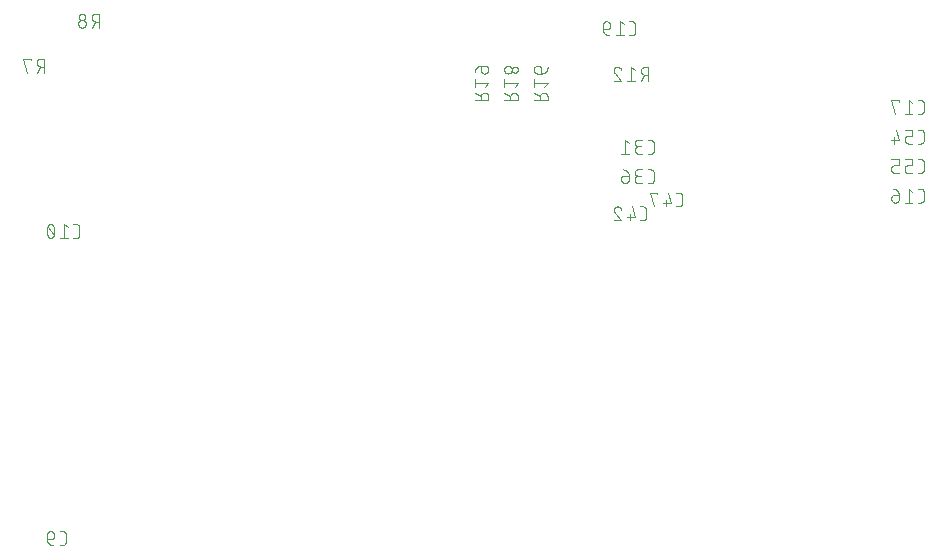
<source format=gbr>
G04 EAGLE Gerber RS-274X export*
G75*
%MOMM*%
%FSLAX34Y34*%
%LPD*%
%INSilkscreen Bottom*%
%IPPOS*%
%AMOC8*
5,1,8,0,0,1.08239X$1,22.5*%
G01*
%ADD10C,0.101600*%


D10*
X980094Y510108D02*
X982691Y510108D01*
X982790Y510110D01*
X982890Y510116D01*
X982989Y510125D01*
X983087Y510138D01*
X983185Y510155D01*
X983283Y510176D01*
X983379Y510201D01*
X983474Y510229D01*
X983568Y510261D01*
X983661Y510296D01*
X983753Y510335D01*
X983843Y510378D01*
X983931Y510423D01*
X984018Y510473D01*
X984102Y510525D01*
X984185Y510581D01*
X984265Y510639D01*
X984343Y510701D01*
X984418Y510766D01*
X984491Y510834D01*
X984561Y510904D01*
X984629Y510977D01*
X984694Y511052D01*
X984756Y511130D01*
X984814Y511210D01*
X984870Y511293D01*
X984922Y511377D01*
X984972Y511464D01*
X985017Y511552D01*
X985060Y511642D01*
X985099Y511734D01*
X985134Y511827D01*
X985166Y511921D01*
X985194Y512016D01*
X985219Y512112D01*
X985240Y512210D01*
X985257Y512308D01*
X985270Y512406D01*
X985279Y512505D01*
X985285Y512605D01*
X985287Y512704D01*
X985287Y519196D01*
X985285Y519295D01*
X985279Y519395D01*
X985270Y519494D01*
X985257Y519592D01*
X985240Y519690D01*
X985219Y519788D01*
X985194Y519884D01*
X985166Y519979D01*
X985134Y520073D01*
X985099Y520166D01*
X985060Y520258D01*
X985017Y520348D01*
X984972Y520436D01*
X984922Y520523D01*
X984870Y520607D01*
X984814Y520690D01*
X984756Y520770D01*
X984694Y520848D01*
X984629Y520923D01*
X984561Y520996D01*
X984491Y521066D01*
X984418Y521134D01*
X984343Y521199D01*
X984265Y521261D01*
X984185Y521319D01*
X984102Y521375D01*
X984018Y521427D01*
X983931Y521477D01*
X983843Y521522D01*
X983753Y521565D01*
X983661Y521604D01*
X983568Y521639D01*
X983474Y521671D01*
X983379Y521699D01*
X983283Y521724D01*
X983185Y521745D01*
X983087Y521762D01*
X982989Y521775D01*
X982890Y521784D01*
X982790Y521790D01*
X982691Y521792D01*
X980094Y521792D01*
X975729Y519196D02*
X972484Y521792D01*
X972484Y510108D01*
X975729Y510108D02*
X969238Y510108D01*
X964299Y516599D02*
X960404Y516599D01*
X960305Y516597D01*
X960205Y516591D01*
X960106Y516582D01*
X960008Y516569D01*
X959910Y516552D01*
X959812Y516531D01*
X959716Y516506D01*
X959621Y516478D01*
X959527Y516446D01*
X959434Y516411D01*
X959342Y516372D01*
X959252Y516329D01*
X959164Y516284D01*
X959077Y516234D01*
X958993Y516182D01*
X958910Y516126D01*
X958830Y516068D01*
X958752Y516006D01*
X958677Y515941D01*
X958604Y515873D01*
X958534Y515803D01*
X958466Y515730D01*
X958401Y515655D01*
X958339Y515577D01*
X958281Y515497D01*
X958225Y515414D01*
X958173Y515330D01*
X958123Y515243D01*
X958078Y515155D01*
X958035Y515065D01*
X957996Y514973D01*
X957961Y514880D01*
X957929Y514786D01*
X957901Y514691D01*
X957876Y514595D01*
X957855Y514497D01*
X957838Y514399D01*
X957825Y514301D01*
X957816Y514202D01*
X957810Y514102D01*
X957808Y514003D01*
X957808Y513354D01*
X957810Y513241D01*
X957816Y513128D01*
X957826Y513015D01*
X957840Y512902D01*
X957857Y512790D01*
X957879Y512679D01*
X957904Y512569D01*
X957934Y512459D01*
X957967Y512351D01*
X958004Y512244D01*
X958044Y512138D01*
X958089Y512034D01*
X958137Y511931D01*
X958188Y511830D01*
X958243Y511731D01*
X958301Y511634D01*
X958363Y511539D01*
X958428Y511446D01*
X958496Y511356D01*
X958567Y511268D01*
X958642Y511182D01*
X958719Y511099D01*
X958799Y511019D01*
X958882Y510942D01*
X958968Y510867D01*
X959056Y510796D01*
X959146Y510728D01*
X959239Y510663D01*
X959334Y510601D01*
X959431Y510543D01*
X959530Y510488D01*
X959631Y510437D01*
X959734Y510389D01*
X959838Y510344D01*
X959944Y510304D01*
X960051Y510267D01*
X960159Y510234D01*
X960269Y510204D01*
X960379Y510179D01*
X960490Y510157D01*
X960602Y510140D01*
X960715Y510126D01*
X960828Y510116D01*
X960941Y510110D01*
X961054Y510108D01*
X961167Y510110D01*
X961280Y510116D01*
X961393Y510126D01*
X961506Y510140D01*
X961618Y510157D01*
X961729Y510179D01*
X961839Y510204D01*
X961949Y510234D01*
X962057Y510267D01*
X962164Y510304D01*
X962270Y510344D01*
X962374Y510389D01*
X962477Y510437D01*
X962578Y510488D01*
X962677Y510543D01*
X962774Y510601D01*
X962869Y510663D01*
X962962Y510728D01*
X963052Y510796D01*
X963140Y510867D01*
X963226Y510942D01*
X963309Y511019D01*
X963389Y511099D01*
X963466Y511182D01*
X963541Y511268D01*
X963612Y511356D01*
X963680Y511446D01*
X963745Y511539D01*
X963807Y511634D01*
X963865Y511731D01*
X963920Y511830D01*
X963971Y511931D01*
X964019Y512034D01*
X964064Y512138D01*
X964104Y512244D01*
X964141Y512351D01*
X964174Y512459D01*
X964204Y512569D01*
X964229Y512679D01*
X964251Y512790D01*
X964268Y512902D01*
X964282Y513015D01*
X964292Y513128D01*
X964298Y513241D01*
X964300Y513354D01*
X964299Y513354D02*
X964299Y516599D01*
X964297Y516742D01*
X964291Y516885D01*
X964281Y517028D01*
X964267Y517170D01*
X964250Y517312D01*
X964228Y517454D01*
X964203Y517595D01*
X964173Y517735D01*
X964140Y517874D01*
X964103Y518012D01*
X964062Y518149D01*
X964018Y518285D01*
X963969Y518420D01*
X963917Y518553D01*
X963862Y518685D01*
X963802Y518815D01*
X963739Y518944D01*
X963673Y519071D01*
X963603Y519196D01*
X963530Y519318D01*
X963453Y519439D01*
X963373Y519558D01*
X963290Y519674D01*
X963204Y519789D01*
X963115Y519900D01*
X963022Y520010D01*
X962927Y520116D01*
X962828Y520220D01*
X962727Y520321D01*
X962623Y520420D01*
X962517Y520515D01*
X962407Y520608D01*
X962296Y520697D01*
X962181Y520783D01*
X962065Y520866D01*
X961946Y520946D01*
X961825Y521023D01*
X961703Y521096D01*
X961578Y521166D01*
X961451Y521232D01*
X961322Y521295D01*
X961192Y521355D01*
X961060Y521410D01*
X960927Y521462D01*
X960792Y521511D01*
X960656Y521555D01*
X960519Y521596D01*
X960381Y521633D01*
X960242Y521666D01*
X960102Y521696D01*
X959961Y521721D01*
X959819Y521743D01*
X959677Y521760D01*
X959535Y521774D01*
X959392Y521784D01*
X959249Y521790D01*
X959106Y521792D01*
X980094Y585108D02*
X982691Y585108D01*
X982790Y585110D01*
X982890Y585116D01*
X982989Y585125D01*
X983087Y585138D01*
X983185Y585155D01*
X983283Y585176D01*
X983379Y585201D01*
X983474Y585229D01*
X983568Y585261D01*
X983661Y585296D01*
X983753Y585335D01*
X983843Y585378D01*
X983931Y585423D01*
X984018Y585473D01*
X984102Y585525D01*
X984185Y585581D01*
X984265Y585639D01*
X984343Y585701D01*
X984418Y585766D01*
X984491Y585834D01*
X984561Y585904D01*
X984629Y585977D01*
X984694Y586052D01*
X984756Y586130D01*
X984814Y586210D01*
X984870Y586293D01*
X984922Y586377D01*
X984972Y586464D01*
X985017Y586552D01*
X985060Y586642D01*
X985099Y586734D01*
X985134Y586827D01*
X985166Y586921D01*
X985194Y587016D01*
X985219Y587112D01*
X985240Y587210D01*
X985257Y587308D01*
X985270Y587406D01*
X985279Y587505D01*
X985285Y587605D01*
X985287Y587704D01*
X985287Y594196D01*
X985285Y594295D01*
X985279Y594395D01*
X985270Y594494D01*
X985257Y594592D01*
X985240Y594690D01*
X985219Y594788D01*
X985194Y594884D01*
X985166Y594979D01*
X985134Y595073D01*
X985099Y595166D01*
X985060Y595258D01*
X985017Y595348D01*
X984972Y595436D01*
X984922Y595523D01*
X984870Y595607D01*
X984814Y595690D01*
X984756Y595770D01*
X984694Y595848D01*
X984629Y595923D01*
X984561Y595996D01*
X984491Y596066D01*
X984418Y596134D01*
X984343Y596199D01*
X984265Y596261D01*
X984185Y596319D01*
X984102Y596375D01*
X984018Y596427D01*
X983931Y596477D01*
X983843Y596522D01*
X983753Y596565D01*
X983661Y596604D01*
X983568Y596639D01*
X983474Y596671D01*
X983379Y596699D01*
X983283Y596724D01*
X983185Y596745D01*
X983087Y596762D01*
X982989Y596775D01*
X982890Y596784D01*
X982790Y596790D01*
X982691Y596792D01*
X980094Y596792D01*
X975729Y594196D02*
X972484Y596792D01*
X972484Y585108D01*
X975729Y585108D02*
X969238Y585108D01*
X964299Y595494D02*
X964299Y596792D01*
X957808Y596792D01*
X961054Y585108D01*
X980094Y535108D02*
X982691Y535108D01*
X982790Y535110D01*
X982890Y535116D01*
X982989Y535125D01*
X983087Y535138D01*
X983185Y535155D01*
X983283Y535176D01*
X983379Y535201D01*
X983474Y535229D01*
X983568Y535261D01*
X983661Y535296D01*
X983753Y535335D01*
X983843Y535378D01*
X983931Y535423D01*
X984018Y535473D01*
X984102Y535525D01*
X984185Y535581D01*
X984265Y535639D01*
X984343Y535701D01*
X984418Y535766D01*
X984491Y535834D01*
X984561Y535904D01*
X984629Y535977D01*
X984694Y536052D01*
X984756Y536130D01*
X984814Y536210D01*
X984870Y536293D01*
X984922Y536377D01*
X984972Y536464D01*
X985017Y536552D01*
X985060Y536642D01*
X985099Y536734D01*
X985134Y536827D01*
X985166Y536921D01*
X985194Y537016D01*
X985219Y537112D01*
X985240Y537210D01*
X985257Y537308D01*
X985270Y537406D01*
X985279Y537505D01*
X985285Y537605D01*
X985287Y537704D01*
X985287Y544196D01*
X985285Y544295D01*
X985279Y544395D01*
X985270Y544494D01*
X985257Y544592D01*
X985240Y544690D01*
X985219Y544788D01*
X985194Y544884D01*
X985166Y544979D01*
X985134Y545073D01*
X985099Y545166D01*
X985060Y545258D01*
X985017Y545348D01*
X984972Y545436D01*
X984922Y545523D01*
X984870Y545607D01*
X984814Y545690D01*
X984756Y545770D01*
X984694Y545848D01*
X984629Y545923D01*
X984561Y545996D01*
X984491Y546066D01*
X984418Y546134D01*
X984343Y546199D01*
X984265Y546261D01*
X984185Y546319D01*
X984102Y546375D01*
X984018Y546427D01*
X983931Y546477D01*
X983843Y546522D01*
X983753Y546565D01*
X983661Y546604D01*
X983568Y546639D01*
X983474Y546671D01*
X983379Y546699D01*
X983283Y546724D01*
X983185Y546745D01*
X983087Y546762D01*
X982989Y546775D01*
X982890Y546784D01*
X982790Y546790D01*
X982691Y546792D01*
X980094Y546792D01*
X975729Y535108D02*
X971834Y535108D01*
X971735Y535110D01*
X971635Y535116D01*
X971536Y535125D01*
X971438Y535138D01*
X971340Y535155D01*
X971242Y535176D01*
X971146Y535201D01*
X971051Y535229D01*
X970957Y535261D01*
X970864Y535296D01*
X970772Y535335D01*
X970682Y535378D01*
X970594Y535423D01*
X970507Y535473D01*
X970423Y535525D01*
X970340Y535581D01*
X970260Y535639D01*
X970182Y535701D01*
X970107Y535766D01*
X970034Y535834D01*
X969964Y535904D01*
X969896Y535977D01*
X969831Y536052D01*
X969769Y536130D01*
X969711Y536210D01*
X969655Y536293D01*
X969603Y536377D01*
X969553Y536464D01*
X969508Y536552D01*
X969465Y536642D01*
X969426Y536734D01*
X969391Y536827D01*
X969359Y536921D01*
X969331Y537016D01*
X969306Y537112D01*
X969285Y537210D01*
X969268Y537308D01*
X969255Y537406D01*
X969246Y537505D01*
X969240Y537605D01*
X969238Y537704D01*
X969238Y539003D01*
X969240Y539102D01*
X969246Y539202D01*
X969255Y539301D01*
X969268Y539399D01*
X969285Y539497D01*
X969306Y539595D01*
X969331Y539691D01*
X969359Y539786D01*
X969391Y539880D01*
X969426Y539973D01*
X969465Y540065D01*
X969508Y540155D01*
X969553Y540243D01*
X969603Y540330D01*
X969655Y540414D01*
X969711Y540497D01*
X969769Y540577D01*
X969831Y540655D01*
X969896Y540730D01*
X969964Y540803D01*
X970034Y540873D01*
X970107Y540941D01*
X970182Y541006D01*
X970260Y541068D01*
X970340Y541126D01*
X970423Y541182D01*
X970507Y541234D01*
X970594Y541284D01*
X970682Y541329D01*
X970772Y541372D01*
X970864Y541411D01*
X970957Y541446D01*
X971051Y541478D01*
X971146Y541506D01*
X971242Y541531D01*
X971340Y541552D01*
X971438Y541569D01*
X971536Y541582D01*
X971635Y541591D01*
X971735Y541597D01*
X971834Y541599D01*
X975729Y541599D01*
X975729Y546792D01*
X969238Y546792D01*
X964299Y535108D02*
X960404Y535108D01*
X960305Y535110D01*
X960205Y535116D01*
X960106Y535125D01*
X960008Y535138D01*
X959910Y535155D01*
X959812Y535176D01*
X959716Y535201D01*
X959621Y535229D01*
X959527Y535261D01*
X959434Y535296D01*
X959342Y535335D01*
X959252Y535378D01*
X959164Y535423D01*
X959077Y535473D01*
X958993Y535525D01*
X958910Y535581D01*
X958830Y535639D01*
X958752Y535701D01*
X958677Y535766D01*
X958604Y535834D01*
X958534Y535904D01*
X958466Y535977D01*
X958401Y536052D01*
X958339Y536130D01*
X958281Y536210D01*
X958225Y536293D01*
X958173Y536377D01*
X958123Y536464D01*
X958078Y536552D01*
X958035Y536642D01*
X957996Y536734D01*
X957961Y536827D01*
X957929Y536921D01*
X957901Y537016D01*
X957876Y537112D01*
X957855Y537210D01*
X957838Y537308D01*
X957825Y537406D01*
X957816Y537505D01*
X957810Y537605D01*
X957808Y537704D01*
X957808Y539003D01*
X957810Y539102D01*
X957816Y539202D01*
X957825Y539301D01*
X957838Y539399D01*
X957855Y539497D01*
X957876Y539595D01*
X957901Y539691D01*
X957929Y539786D01*
X957961Y539880D01*
X957996Y539973D01*
X958035Y540065D01*
X958078Y540155D01*
X958123Y540243D01*
X958173Y540330D01*
X958225Y540414D01*
X958281Y540497D01*
X958339Y540577D01*
X958401Y540655D01*
X958466Y540730D01*
X958534Y540803D01*
X958604Y540873D01*
X958677Y540941D01*
X958752Y541006D01*
X958830Y541068D01*
X958910Y541126D01*
X958993Y541182D01*
X959077Y541234D01*
X959164Y541284D01*
X959252Y541329D01*
X959342Y541372D01*
X959434Y541411D01*
X959527Y541446D01*
X959621Y541478D01*
X959716Y541506D01*
X959812Y541531D01*
X959910Y541552D01*
X960008Y541569D01*
X960106Y541582D01*
X960205Y541591D01*
X960305Y541597D01*
X960404Y541599D01*
X964299Y541599D01*
X964299Y546792D01*
X957808Y546792D01*
X980094Y560108D02*
X982691Y560108D01*
X982790Y560110D01*
X982890Y560116D01*
X982989Y560125D01*
X983087Y560138D01*
X983185Y560155D01*
X983283Y560176D01*
X983379Y560201D01*
X983474Y560229D01*
X983568Y560261D01*
X983661Y560296D01*
X983753Y560335D01*
X983843Y560378D01*
X983931Y560423D01*
X984018Y560473D01*
X984102Y560525D01*
X984185Y560581D01*
X984265Y560639D01*
X984343Y560701D01*
X984418Y560766D01*
X984491Y560834D01*
X984561Y560904D01*
X984629Y560977D01*
X984694Y561052D01*
X984756Y561130D01*
X984814Y561210D01*
X984870Y561293D01*
X984922Y561377D01*
X984972Y561464D01*
X985017Y561552D01*
X985060Y561642D01*
X985099Y561734D01*
X985134Y561827D01*
X985166Y561921D01*
X985194Y562016D01*
X985219Y562112D01*
X985240Y562210D01*
X985257Y562308D01*
X985270Y562406D01*
X985279Y562505D01*
X985285Y562605D01*
X985287Y562704D01*
X985287Y569196D01*
X985285Y569295D01*
X985279Y569395D01*
X985270Y569494D01*
X985257Y569592D01*
X985240Y569690D01*
X985219Y569788D01*
X985194Y569884D01*
X985166Y569979D01*
X985134Y570073D01*
X985099Y570166D01*
X985060Y570258D01*
X985017Y570348D01*
X984972Y570436D01*
X984922Y570523D01*
X984870Y570607D01*
X984814Y570690D01*
X984756Y570770D01*
X984694Y570848D01*
X984629Y570923D01*
X984561Y570996D01*
X984491Y571066D01*
X984418Y571134D01*
X984343Y571199D01*
X984265Y571261D01*
X984185Y571319D01*
X984102Y571375D01*
X984018Y571427D01*
X983931Y571477D01*
X983843Y571522D01*
X983753Y571565D01*
X983661Y571604D01*
X983568Y571639D01*
X983474Y571671D01*
X983379Y571699D01*
X983283Y571724D01*
X983185Y571745D01*
X983087Y571762D01*
X982989Y571775D01*
X982890Y571784D01*
X982790Y571790D01*
X982691Y571792D01*
X980094Y571792D01*
X975729Y560108D02*
X971834Y560108D01*
X971735Y560110D01*
X971635Y560116D01*
X971536Y560125D01*
X971438Y560138D01*
X971340Y560155D01*
X971242Y560176D01*
X971146Y560201D01*
X971051Y560229D01*
X970957Y560261D01*
X970864Y560296D01*
X970772Y560335D01*
X970682Y560378D01*
X970594Y560423D01*
X970507Y560473D01*
X970423Y560525D01*
X970340Y560581D01*
X970260Y560639D01*
X970182Y560701D01*
X970107Y560766D01*
X970034Y560834D01*
X969964Y560904D01*
X969896Y560977D01*
X969831Y561052D01*
X969769Y561130D01*
X969711Y561210D01*
X969655Y561293D01*
X969603Y561377D01*
X969553Y561464D01*
X969508Y561552D01*
X969465Y561642D01*
X969426Y561734D01*
X969391Y561827D01*
X969359Y561921D01*
X969331Y562016D01*
X969306Y562112D01*
X969285Y562210D01*
X969268Y562308D01*
X969255Y562406D01*
X969246Y562505D01*
X969240Y562605D01*
X969238Y562704D01*
X969238Y564003D01*
X969240Y564102D01*
X969246Y564202D01*
X969255Y564301D01*
X969268Y564399D01*
X969285Y564497D01*
X969306Y564595D01*
X969331Y564691D01*
X969359Y564786D01*
X969391Y564880D01*
X969426Y564973D01*
X969465Y565065D01*
X969508Y565155D01*
X969553Y565243D01*
X969603Y565330D01*
X969655Y565414D01*
X969711Y565497D01*
X969769Y565577D01*
X969831Y565655D01*
X969896Y565730D01*
X969964Y565803D01*
X970034Y565873D01*
X970107Y565941D01*
X970182Y566006D01*
X970260Y566068D01*
X970340Y566126D01*
X970423Y566182D01*
X970507Y566234D01*
X970594Y566284D01*
X970682Y566329D01*
X970772Y566372D01*
X970864Y566411D01*
X970957Y566446D01*
X971051Y566478D01*
X971146Y566506D01*
X971242Y566531D01*
X971340Y566552D01*
X971438Y566569D01*
X971536Y566582D01*
X971635Y566591D01*
X971735Y566597D01*
X971834Y566599D01*
X975729Y566599D01*
X975729Y571792D01*
X969238Y571792D01*
X961703Y571792D02*
X964299Y562704D01*
X957808Y562704D01*
X959755Y565301D02*
X959755Y560108D01*
X754041Y551458D02*
X751444Y551458D01*
X754041Y551458D02*
X754140Y551460D01*
X754240Y551466D01*
X754339Y551475D01*
X754437Y551488D01*
X754535Y551505D01*
X754633Y551526D01*
X754729Y551551D01*
X754824Y551579D01*
X754918Y551611D01*
X755011Y551646D01*
X755103Y551685D01*
X755193Y551728D01*
X755281Y551773D01*
X755368Y551823D01*
X755452Y551875D01*
X755535Y551931D01*
X755615Y551989D01*
X755693Y552051D01*
X755768Y552116D01*
X755841Y552184D01*
X755911Y552254D01*
X755979Y552327D01*
X756044Y552402D01*
X756106Y552480D01*
X756164Y552560D01*
X756220Y552643D01*
X756272Y552727D01*
X756322Y552814D01*
X756367Y552902D01*
X756410Y552992D01*
X756449Y553084D01*
X756484Y553177D01*
X756516Y553271D01*
X756544Y553366D01*
X756569Y553462D01*
X756590Y553560D01*
X756607Y553658D01*
X756620Y553756D01*
X756629Y553855D01*
X756635Y553955D01*
X756637Y554054D01*
X756637Y560546D01*
X756635Y560645D01*
X756629Y560745D01*
X756620Y560844D01*
X756607Y560942D01*
X756590Y561040D01*
X756569Y561138D01*
X756544Y561234D01*
X756516Y561329D01*
X756484Y561423D01*
X756449Y561516D01*
X756410Y561608D01*
X756367Y561698D01*
X756322Y561786D01*
X756272Y561873D01*
X756220Y561957D01*
X756164Y562040D01*
X756106Y562120D01*
X756044Y562198D01*
X755979Y562273D01*
X755911Y562346D01*
X755841Y562416D01*
X755768Y562484D01*
X755693Y562549D01*
X755615Y562611D01*
X755535Y562669D01*
X755452Y562725D01*
X755368Y562777D01*
X755281Y562827D01*
X755193Y562872D01*
X755103Y562915D01*
X755011Y562954D01*
X754918Y562989D01*
X754824Y563021D01*
X754729Y563049D01*
X754633Y563074D01*
X754535Y563095D01*
X754437Y563112D01*
X754339Y563125D01*
X754240Y563134D01*
X754140Y563140D01*
X754041Y563142D01*
X751444Y563142D01*
X747079Y551458D02*
X743834Y551458D01*
X743721Y551460D01*
X743608Y551466D01*
X743495Y551476D01*
X743382Y551490D01*
X743270Y551507D01*
X743159Y551529D01*
X743049Y551554D01*
X742939Y551584D01*
X742831Y551617D01*
X742724Y551654D01*
X742618Y551694D01*
X742514Y551739D01*
X742411Y551787D01*
X742310Y551838D01*
X742211Y551893D01*
X742114Y551951D01*
X742019Y552013D01*
X741926Y552078D01*
X741836Y552146D01*
X741748Y552217D01*
X741662Y552292D01*
X741579Y552369D01*
X741499Y552449D01*
X741422Y552532D01*
X741347Y552618D01*
X741276Y552706D01*
X741208Y552796D01*
X741143Y552889D01*
X741081Y552984D01*
X741023Y553081D01*
X740968Y553180D01*
X740917Y553281D01*
X740869Y553384D01*
X740824Y553488D01*
X740784Y553594D01*
X740747Y553701D01*
X740714Y553809D01*
X740684Y553919D01*
X740659Y554029D01*
X740637Y554140D01*
X740620Y554252D01*
X740606Y554365D01*
X740596Y554478D01*
X740590Y554591D01*
X740588Y554704D01*
X740590Y554817D01*
X740596Y554930D01*
X740606Y555043D01*
X740620Y555156D01*
X740637Y555268D01*
X740659Y555379D01*
X740684Y555489D01*
X740714Y555599D01*
X740747Y555707D01*
X740784Y555814D01*
X740824Y555920D01*
X740869Y556024D01*
X740917Y556127D01*
X740968Y556228D01*
X741023Y556327D01*
X741081Y556424D01*
X741143Y556519D01*
X741208Y556612D01*
X741276Y556702D01*
X741347Y556790D01*
X741422Y556876D01*
X741499Y556959D01*
X741579Y557039D01*
X741662Y557116D01*
X741748Y557191D01*
X741836Y557262D01*
X741926Y557330D01*
X742019Y557395D01*
X742114Y557457D01*
X742211Y557515D01*
X742310Y557570D01*
X742411Y557621D01*
X742514Y557669D01*
X742618Y557714D01*
X742724Y557754D01*
X742831Y557791D01*
X742939Y557824D01*
X743049Y557854D01*
X743159Y557879D01*
X743270Y557901D01*
X743382Y557918D01*
X743495Y557932D01*
X743608Y557942D01*
X743721Y557948D01*
X743834Y557950D01*
X743184Y563142D02*
X747079Y563142D01*
X743184Y563142D02*
X743083Y563140D01*
X742983Y563134D01*
X742883Y563124D01*
X742783Y563111D01*
X742684Y563093D01*
X742585Y563072D01*
X742488Y563047D01*
X742391Y563018D01*
X742296Y562985D01*
X742202Y562949D01*
X742110Y562909D01*
X742019Y562866D01*
X741930Y562819D01*
X741843Y562769D01*
X741757Y562715D01*
X741674Y562658D01*
X741594Y562598D01*
X741515Y562535D01*
X741439Y562468D01*
X741366Y562399D01*
X741296Y562327D01*
X741228Y562253D01*
X741163Y562176D01*
X741102Y562096D01*
X741043Y562014D01*
X740988Y561930D01*
X740936Y561844D01*
X740887Y561756D01*
X740842Y561666D01*
X740800Y561574D01*
X740762Y561481D01*
X740728Y561386D01*
X740697Y561291D01*
X740670Y561194D01*
X740647Y561096D01*
X740627Y560997D01*
X740612Y560897D01*
X740600Y560797D01*
X740592Y560697D01*
X740588Y560596D01*
X740588Y560496D01*
X740592Y560395D01*
X740600Y560295D01*
X740612Y560195D01*
X740627Y560095D01*
X740647Y559996D01*
X740670Y559898D01*
X740697Y559801D01*
X740728Y559706D01*
X740762Y559611D01*
X740800Y559518D01*
X740842Y559426D01*
X740887Y559336D01*
X740936Y559248D01*
X740988Y559162D01*
X741043Y559078D01*
X741102Y558996D01*
X741163Y558916D01*
X741228Y558839D01*
X741296Y558765D01*
X741366Y558693D01*
X741439Y558624D01*
X741515Y558557D01*
X741594Y558494D01*
X741674Y558434D01*
X741757Y558377D01*
X741843Y558323D01*
X741930Y558273D01*
X742019Y558226D01*
X742110Y558183D01*
X742202Y558143D01*
X742296Y558107D01*
X742391Y558074D01*
X742488Y558045D01*
X742585Y558020D01*
X742684Y557999D01*
X742783Y557981D01*
X742883Y557968D01*
X742983Y557958D01*
X743083Y557952D01*
X743184Y557950D01*
X743184Y557949D02*
X745781Y557949D01*
X735649Y560546D02*
X732404Y563142D01*
X732404Y551458D01*
X735649Y551458D02*
X729158Y551458D01*
X751444Y526458D02*
X754041Y526458D01*
X754140Y526460D01*
X754240Y526466D01*
X754339Y526475D01*
X754437Y526488D01*
X754535Y526505D01*
X754633Y526526D01*
X754729Y526551D01*
X754824Y526579D01*
X754918Y526611D01*
X755011Y526646D01*
X755103Y526685D01*
X755193Y526728D01*
X755281Y526773D01*
X755368Y526823D01*
X755452Y526875D01*
X755535Y526931D01*
X755615Y526989D01*
X755693Y527051D01*
X755768Y527116D01*
X755841Y527184D01*
X755911Y527254D01*
X755979Y527327D01*
X756044Y527402D01*
X756106Y527480D01*
X756164Y527560D01*
X756220Y527643D01*
X756272Y527727D01*
X756322Y527814D01*
X756367Y527902D01*
X756410Y527992D01*
X756449Y528084D01*
X756484Y528177D01*
X756516Y528271D01*
X756544Y528366D01*
X756569Y528462D01*
X756590Y528560D01*
X756607Y528658D01*
X756620Y528756D01*
X756629Y528855D01*
X756635Y528955D01*
X756637Y529054D01*
X756637Y535546D01*
X756635Y535645D01*
X756629Y535745D01*
X756620Y535844D01*
X756607Y535942D01*
X756590Y536040D01*
X756569Y536138D01*
X756544Y536234D01*
X756516Y536329D01*
X756484Y536423D01*
X756449Y536516D01*
X756410Y536608D01*
X756367Y536698D01*
X756322Y536786D01*
X756272Y536873D01*
X756220Y536957D01*
X756164Y537040D01*
X756106Y537120D01*
X756044Y537198D01*
X755979Y537273D01*
X755911Y537346D01*
X755841Y537416D01*
X755768Y537484D01*
X755693Y537549D01*
X755615Y537611D01*
X755535Y537669D01*
X755452Y537725D01*
X755368Y537777D01*
X755281Y537827D01*
X755193Y537872D01*
X755103Y537915D01*
X755011Y537954D01*
X754918Y537989D01*
X754824Y538021D01*
X754729Y538049D01*
X754633Y538074D01*
X754535Y538095D01*
X754437Y538112D01*
X754339Y538125D01*
X754240Y538134D01*
X754140Y538140D01*
X754041Y538142D01*
X751444Y538142D01*
X747079Y526458D02*
X743834Y526458D01*
X743721Y526460D01*
X743608Y526466D01*
X743495Y526476D01*
X743382Y526490D01*
X743270Y526507D01*
X743159Y526529D01*
X743049Y526554D01*
X742939Y526584D01*
X742831Y526617D01*
X742724Y526654D01*
X742618Y526694D01*
X742514Y526739D01*
X742411Y526787D01*
X742310Y526838D01*
X742211Y526893D01*
X742114Y526951D01*
X742019Y527013D01*
X741926Y527078D01*
X741836Y527146D01*
X741748Y527217D01*
X741662Y527292D01*
X741579Y527369D01*
X741499Y527449D01*
X741422Y527532D01*
X741347Y527618D01*
X741276Y527706D01*
X741208Y527796D01*
X741143Y527889D01*
X741081Y527984D01*
X741023Y528081D01*
X740968Y528180D01*
X740917Y528281D01*
X740869Y528384D01*
X740824Y528488D01*
X740784Y528594D01*
X740747Y528701D01*
X740714Y528809D01*
X740684Y528919D01*
X740659Y529029D01*
X740637Y529140D01*
X740620Y529252D01*
X740606Y529365D01*
X740596Y529478D01*
X740590Y529591D01*
X740588Y529704D01*
X740590Y529817D01*
X740596Y529930D01*
X740606Y530043D01*
X740620Y530156D01*
X740637Y530268D01*
X740659Y530379D01*
X740684Y530489D01*
X740714Y530599D01*
X740747Y530707D01*
X740784Y530814D01*
X740824Y530920D01*
X740869Y531024D01*
X740917Y531127D01*
X740968Y531228D01*
X741023Y531327D01*
X741081Y531424D01*
X741143Y531519D01*
X741208Y531612D01*
X741276Y531702D01*
X741347Y531790D01*
X741422Y531876D01*
X741499Y531959D01*
X741579Y532039D01*
X741662Y532116D01*
X741748Y532191D01*
X741836Y532262D01*
X741926Y532330D01*
X742019Y532395D01*
X742114Y532457D01*
X742211Y532515D01*
X742310Y532570D01*
X742411Y532621D01*
X742514Y532669D01*
X742618Y532714D01*
X742724Y532754D01*
X742831Y532791D01*
X742939Y532824D01*
X743049Y532854D01*
X743159Y532879D01*
X743270Y532901D01*
X743382Y532918D01*
X743495Y532932D01*
X743608Y532942D01*
X743721Y532948D01*
X743834Y532950D01*
X743184Y538142D02*
X747079Y538142D01*
X743184Y538142D02*
X743083Y538140D01*
X742983Y538134D01*
X742883Y538124D01*
X742783Y538111D01*
X742684Y538093D01*
X742585Y538072D01*
X742488Y538047D01*
X742391Y538018D01*
X742296Y537985D01*
X742202Y537949D01*
X742110Y537909D01*
X742019Y537866D01*
X741930Y537819D01*
X741843Y537769D01*
X741757Y537715D01*
X741674Y537658D01*
X741594Y537598D01*
X741515Y537535D01*
X741439Y537468D01*
X741366Y537399D01*
X741296Y537327D01*
X741228Y537253D01*
X741163Y537176D01*
X741102Y537096D01*
X741043Y537014D01*
X740988Y536930D01*
X740936Y536844D01*
X740887Y536756D01*
X740842Y536666D01*
X740800Y536574D01*
X740762Y536481D01*
X740728Y536386D01*
X740697Y536291D01*
X740670Y536194D01*
X740647Y536096D01*
X740627Y535997D01*
X740612Y535897D01*
X740600Y535797D01*
X740592Y535697D01*
X740588Y535596D01*
X740588Y535496D01*
X740592Y535395D01*
X740600Y535295D01*
X740612Y535195D01*
X740627Y535095D01*
X740647Y534996D01*
X740670Y534898D01*
X740697Y534801D01*
X740728Y534706D01*
X740762Y534611D01*
X740800Y534518D01*
X740842Y534426D01*
X740887Y534336D01*
X740936Y534248D01*
X740988Y534162D01*
X741043Y534078D01*
X741102Y533996D01*
X741163Y533916D01*
X741228Y533839D01*
X741296Y533765D01*
X741366Y533693D01*
X741439Y533624D01*
X741515Y533557D01*
X741594Y533494D01*
X741674Y533434D01*
X741757Y533377D01*
X741843Y533323D01*
X741930Y533273D01*
X742019Y533226D01*
X742110Y533183D01*
X742202Y533143D01*
X742296Y533107D01*
X742391Y533074D01*
X742488Y533045D01*
X742585Y533020D01*
X742684Y532999D01*
X742783Y532981D01*
X742883Y532968D01*
X742983Y532958D01*
X743083Y532952D01*
X743184Y532950D01*
X743184Y532949D02*
X745781Y532949D01*
X735649Y532949D02*
X731754Y532949D01*
X731655Y532947D01*
X731555Y532941D01*
X731456Y532932D01*
X731358Y532919D01*
X731260Y532902D01*
X731162Y532881D01*
X731066Y532856D01*
X730971Y532828D01*
X730877Y532796D01*
X730784Y532761D01*
X730692Y532722D01*
X730602Y532679D01*
X730514Y532634D01*
X730427Y532584D01*
X730343Y532532D01*
X730260Y532476D01*
X730180Y532418D01*
X730102Y532356D01*
X730027Y532291D01*
X729954Y532223D01*
X729884Y532153D01*
X729816Y532080D01*
X729751Y532005D01*
X729689Y531927D01*
X729631Y531847D01*
X729575Y531764D01*
X729523Y531680D01*
X729473Y531593D01*
X729428Y531505D01*
X729385Y531415D01*
X729346Y531323D01*
X729311Y531230D01*
X729279Y531136D01*
X729251Y531041D01*
X729226Y530945D01*
X729205Y530847D01*
X729188Y530749D01*
X729175Y530651D01*
X729166Y530552D01*
X729160Y530452D01*
X729158Y530353D01*
X729158Y529704D01*
X729160Y529591D01*
X729166Y529478D01*
X729176Y529365D01*
X729190Y529252D01*
X729207Y529140D01*
X729229Y529029D01*
X729254Y528919D01*
X729284Y528809D01*
X729317Y528701D01*
X729354Y528594D01*
X729394Y528488D01*
X729439Y528384D01*
X729487Y528281D01*
X729538Y528180D01*
X729593Y528081D01*
X729651Y527984D01*
X729713Y527889D01*
X729778Y527796D01*
X729846Y527706D01*
X729917Y527618D01*
X729992Y527532D01*
X730069Y527449D01*
X730149Y527369D01*
X730232Y527292D01*
X730318Y527217D01*
X730406Y527146D01*
X730496Y527078D01*
X730589Y527013D01*
X730684Y526951D01*
X730781Y526893D01*
X730880Y526838D01*
X730981Y526787D01*
X731084Y526739D01*
X731188Y526694D01*
X731294Y526654D01*
X731401Y526617D01*
X731509Y526584D01*
X731619Y526554D01*
X731729Y526529D01*
X731840Y526507D01*
X731952Y526490D01*
X732065Y526476D01*
X732178Y526466D01*
X732291Y526460D01*
X732404Y526458D01*
X732517Y526460D01*
X732630Y526466D01*
X732743Y526476D01*
X732856Y526490D01*
X732968Y526507D01*
X733079Y526529D01*
X733189Y526554D01*
X733299Y526584D01*
X733407Y526617D01*
X733514Y526654D01*
X733620Y526694D01*
X733724Y526739D01*
X733827Y526787D01*
X733928Y526838D01*
X734027Y526893D01*
X734124Y526951D01*
X734219Y527013D01*
X734312Y527078D01*
X734402Y527146D01*
X734490Y527217D01*
X734576Y527292D01*
X734659Y527369D01*
X734739Y527449D01*
X734816Y527532D01*
X734891Y527618D01*
X734962Y527706D01*
X735030Y527796D01*
X735095Y527889D01*
X735157Y527984D01*
X735215Y528081D01*
X735270Y528180D01*
X735321Y528281D01*
X735369Y528384D01*
X735414Y528488D01*
X735454Y528594D01*
X735491Y528701D01*
X735524Y528809D01*
X735554Y528919D01*
X735579Y529029D01*
X735601Y529140D01*
X735618Y529252D01*
X735632Y529365D01*
X735642Y529478D01*
X735648Y529591D01*
X735650Y529704D01*
X735649Y529704D02*
X735649Y532949D01*
X735647Y533092D01*
X735641Y533235D01*
X735631Y533378D01*
X735617Y533520D01*
X735600Y533662D01*
X735578Y533804D01*
X735553Y533945D01*
X735523Y534085D01*
X735490Y534224D01*
X735453Y534362D01*
X735412Y534499D01*
X735368Y534635D01*
X735319Y534770D01*
X735267Y534903D01*
X735212Y535035D01*
X735152Y535165D01*
X735089Y535294D01*
X735023Y535421D01*
X734953Y535546D01*
X734880Y535668D01*
X734803Y535789D01*
X734723Y535908D01*
X734640Y536024D01*
X734554Y536139D01*
X734465Y536250D01*
X734372Y536360D01*
X734277Y536466D01*
X734178Y536570D01*
X734077Y536671D01*
X733973Y536770D01*
X733867Y536865D01*
X733757Y536958D01*
X733646Y537047D01*
X733531Y537133D01*
X733415Y537216D01*
X733296Y537296D01*
X733175Y537373D01*
X733053Y537446D01*
X732928Y537516D01*
X732801Y537582D01*
X732672Y537645D01*
X732542Y537705D01*
X732410Y537760D01*
X732277Y537812D01*
X732142Y537861D01*
X732006Y537905D01*
X731869Y537946D01*
X731731Y537983D01*
X731592Y538016D01*
X731452Y538046D01*
X731311Y538071D01*
X731169Y538093D01*
X731027Y538110D01*
X730885Y538124D01*
X730742Y538134D01*
X730599Y538140D01*
X730456Y538142D01*
X775649Y506858D02*
X778246Y506858D01*
X778345Y506860D01*
X778445Y506866D01*
X778544Y506875D01*
X778642Y506888D01*
X778740Y506905D01*
X778838Y506926D01*
X778934Y506951D01*
X779029Y506979D01*
X779123Y507011D01*
X779216Y507046D01*
X779308Y507085D01*
X779398Y507128D01*
X779486Y507173D01*
X779573Y507223D01*
X779657Y507275D01*
X779740Y507331D01*
X779820Y507389D01*
X779898Y507451D01*
X779973Y507516D01*
X780046Y507584D01*
X780116Y507654D01*
X780184Y507727D01*
X780249Y507802D01*
X780311Y507880D01*
X780369Y507960D01*
X780425Y508043D01*
X780477Y508127D01*
X780527Y508214D01*
X780572Y508302D01*
X780615Y508392D01*
X780654Y508484D01*
X780689Y508577D01*
X780721Y508671D01*
X780749Y508766D01*
X780774Y508862D01*
X780795Y508960D01*
X780812Y509058D01*
X780825Y509156D01*
X780834Y509255D01*
X780840Y509355D01*
X780842Y509454D01*
X780842Y515946D01*
X780840Y516045D01*
X780834Y516145D01*
X780825Y516244D01*
X780812Y516342D01*
X780795Y516440D01*
X780774Y516538D01*
X780749Y516634D01*
X780721Y516729D01*
X780689Y516823D01*
X780654Y516916D01*
X780615Y517008D01*
X780572Y517098D01*
X780527Y517186D01*
X780477Y517273D01*
X780425Y517357D01*
X780369Y517440D01*
X780311Y517520D01*
X780249Y517598D01*
X780184Y517673D01*
X780116Y517746D01*
X780046Y517816D01*
X779973Y517884D01*
X779898Y517949D01*
X779820Y518011D01*
X779740Y518069D01*
X779657Y518125D01*
X779573Y518177D01*
X779486Y518227D01*
X779398Y518272D01*
X779308Y518315D01*
X779216Y518354D01*
X779123Y518389D01*
X779029Y518421D01*
X778934Y518449D01*
X778838Y518474D01*
X778740Y518495D01*
X778642Y518512D01*
X778544Y518525D01*
X778445Y518534D01*
X778345Y518540D01*
X778246Y518542D01*
X775649Y518542D01*
X768687Y518542D02*
X771284Y509454D01*
X764793Y509454D01*
X766740Y512051D02*
X766740Y506858D01*
X759854Y517244D02*
X759854Y518542D01*
X753363Y518542D01*
X756608Y506858D01*
X738246Y651858D02*
X735649Y651858D01*
X738246Y651858D02*
X738345Y651860D01*
X738445Y651866D01*
X738544Y651875D01*
X738642Y651888D01*
X738740Y651905D01*
X738838Y651926D01*
X738934Y651951D01*
X739029Y651979D01*
X739123Y652011D01*
X739216Y652046D01*
X739308Y652085D01*
X739398Y652128D01*
X739486Y652173D01*
X739573Y652223D01*
X739657Y652275D01*
X739740Y652331D01*
X739820Y652389D01*
X739898Y652451D01*
X739973Y652516D01*
X740046Y652584D01*
X740116Y652654D01*
X740184Y652727D01*
X740249Y652802D01*
X740311Y652880D01*
X740369Y652960D01*
X740425Y653043D01*
X740477Y653127D01*
X740527Y653214D01*
X740572Y653302D01*
X740615Y653392D01*
X740654Y653484D01*
X740689Y653577D01*
X740721Y653671D01*
X740749Y653766D01*
X740774Y653862D01*
X740795Y653960D01*
X740812Y654058D01*
X740825Y654156D01*
X740834Y654255D01*
X740840Y654355D01*
X740842Y654454D01*
X740842Y660946D01*
X740840Y661045D01*
X740834Y661145D01*
X740825Y661244D01*
X740812Y661342D01*
X740795Y661440D01*
X740774Y661538D01*
X740749Y661634D01*
X740721Y661729D01*
X740689Y661823D01*
X740654Y661916D01*
X740615Y662008D01*
X740572Y662098D01*
X740527Y662186D01*
X740477Y662273D01*
X740425Y662357D01*
X740369Y662440D01*
X740311Y662520D01*
X740249Y662598D01*
X740184Y662673D01*
X740116Y662746D01*
X740046Y662816D01*
X739973Y662884D01*
X739898Y662949D01*
X739820Y663011D01*
X739740Y663069D01*
X739657Y663125D01*
X739573Y663177D01*
X739486Y663227D01*
X739398Y663272D01*
X739308Y663315D01*
X739216Y663354D01*
X739123Y663389D01*
X739029Y663421D01*
X738934Y663449D01*
X738838Y663474D01*
X738740Y663495D01*
X738642Y663512D01*
X738544Y663525D01*
X738445Y663534D01*
X738345Y663540D01*
X738246Y663542D01*
X735649Y663542D01*
X731284Y660946D02*
X728038Y663542D01*
X728038Y651858D01*
X724793Y651858D02*
X731284Y651858D01*
X717257Y657051D02*
X713363Y657051D01*
X717257Y657051D02*
X717356Y657053D01*
X717456Y657059D01*
X717555Y657068D01*
X717653Y657081D01*
X717751Y657098D01*
X717849Y657119D01*
X717945Y657144D01*
X718040Y657172D01*
X718134Y657204D01*
X718227Y657239D01*
X718319Y657278D01*
X718409Y657321D01*
X718497Y657366D01*
X718584Y657416D01*
X718668Y657468D01*
X718751Y657524D01*
X718831Y657582D01*
X718909Y657644D01*
X718984Y657709D01*
X719057Y657777D01*
X719127Y657847D01*
X719195Y657920D01*
X719260Y657995D01*
X719322Y658073D01*
X719380Y658153D01*
X719436Y658236D01*
X719488Y658320D01*
X719538Y658407D01*
X719583Y658495D01*
X719626Y658585D01*
X719665Y658677D01*
X719700Y658770D01*
X719732Y658864D01*
X719760Y658959D01*
X719785Y659055D01*
X719806Y659153D01*
X719823Y659251D01*
X719836Y659349D01*
X719845Y659448D01*
X719851Y659548D01*
X719853Y659647D01*
X719854Y659647D02*
X719854Y660296D01*
X719852Y660409D01*
X719846Y660522D01*
X719836Y660635D01*
X719822Y660748D01*
X719805Y660860D01*
X719783Y660971D01*
X719758Y661081D01*
X719728Y661191D01*
X719695Y661299D01*
X719658Y661406D01*
X719618Y661512D01*
X719573Y661616D01*
X719525Y661719D01*
X719474Y661820D01*
X719419Y661919D01*
X719361Y662016D01*
X719299Y662111D01*
X719234Y662204D01*
X719166Y662294D01*
X719095Y662382D01*
X719020Y662468D01*
X718943Y662551D01*
X718863Y662631D01*
X718780Y662708D01*
X718694Y662783D01*
X718606Y662854D01*
X718516Y662922D01*
X718423Y662987D01*
X718328Y663049D01*
X718231Y663107D01*
X718132Y663162D01*
X718031Y663213D01*
X717928Y663261D01*
X717824Y663306D01*
X717718Y663346D01*
X717611Y663383D01*
X717503Y663416D01*
X717393Y663446D01*
X717283Y663471D01*
X717172Y663493D01*
X717060Y663510D01*
X716947Y663524D01*
X716834Y663534D01*
X716721Y663540D01*
X716608Y663542D01*
X716495Y663540D01*
X716382Y663534D01*
X716269Y663524D01*
X716156Y663510D01*
X716044Y663493D01*
X715933Y663471D01*
X715823Y663446D01*
X715713Y663416D01*
X715605Y663383D01*
X715498Y663346D01*
X715392Y663306D01*
X715288Y663261D01*
X715185Y663213D01*
X715084Y663162D01*
X714985Y663107D01*
X714888Y663049D01*
X714793Y662987D01*
X714700Y662922D01*
X714610Y662854D01*
X714522Y662783D01*
X714436Y662708D01*
X714353Y662631D01*
X714273Y662551D01*
X714196Y662468D01*
X714121Y662382D01*
X714050Y662294D01*
X713982Y662204D01*
X713917Y662111D01*
X713855Y662016D01*
X713797Y661919D01*
X713742Y661820D01*
X713691Y661719D01*
X713643Y661616D01*
X713598Y661512D01*
X713558Y661406D01*
X713521Y661299D01*
X713488Y661191D01*
X713458Y661081D01*
X713433Y660971D01*
X713411Y660860D01*
X713394Y660748D01*
X713380Y660635D01*
X713370Y660522D01*
X713364Y660409D01*
X713362Y660296D01*
X713363Y660296D02*
X713363Y657051D01*
X713365Y656908D01*
X713371Y656765D01*
X713381Y656622D01*
X713395Y656480D01*
X713412Y656338D01*
X713434Y656196D01*
X713459Y656055D01*
X713489Y655915D01*
X713522Y655776D01*
X713559Y655638D01*
X713600Y655501D01*
X713644Y655365D01*
X713693Y655230D01*
X713745Y655097D01*
X713800Y654965D01*
X713860Y654835D01*
X713923Y654706D01*
X713989Y654579D01*
X714059Y654455D01*
X714132Y654332D01*
X714209Y654211D01*
X714289Y654092D01*
X714372Y653976D01*
X714458Y653861D01*
X714547Y653750D01*
X714640Y653640D01*
X714735Y653534D01*
X714834Y653430D01*
X714935Y653329D01*
X715039Y653230D01*
X715145Y653135D01*
X715255Y653042D01*
X715366Y652953D01*
X715481Y652867D01*
X715597Y652784D01*
X715716Y652704D01*
X715837Y652627D01*
X715960Y652554D01*
X716084Y652484D01*
X716211Y652418D01*
X716340Y652355D01*
X716470Y652295D01*
X716602Y652240D01*
X716735Y652188D01*
X716870Y652139D01*
X717006Y652095D01*
X717143Y652054D01*
X717281Y652017D01*
X717420Y651984D01*
X717560Y651954D01*
X717701Y651929D01*
X717843Y651907D01*
X717985Y651890D01*
X718127Y651876D01*
X718270Y651866D01*
X718413Y651860D01*
X718556Y651858D01*
X745094Y495108D02*
X747691Y495108D01*
X747790Y495110D01*
X747890Y495116D01*
X747989Y495125D01*
X748087Y495138D01*
X748185Y495155D01*
X748283Y495176D01*
X748379Y495201D01*
X748474Y495229D01*
X748568Y495261D01*
X748661Y495296D01*
X748753Y495335D01*
X748843Y495378D01*
X748931Y495423D01*
X749018Y495473D01*
X749102Y495525D01*
X749185Y495581D01*
X749265Y495639D01*
X749343Y495701D01*
X749418Y495766D01*
X749491Y495834D01*
X749561Y495904D01*
X749629Y495977D01*
X749694Y496052D01*
X749756Y496130D01*
X749814Y496210D01*
X749870Y496293D01*
X749922Y496377D01*
X749972Y496464D01*
X750017Y496552D01*
X750060Y496642D01*
X750099Y496734D01*
X750134Y496827D01*
X750166Y496921D01*
X750194Y497016D01*
X750219Y497112D01*
X750240Y497210D01*
X750257Y497308D01*
X750270Y497406D01*
X750279Y497505D01*
X750285Y497605D01*
X750287Y497704D01*
X750287Y504196D01*
X750285Y504295D01*
X750279Y504395D01*
X750270Y504494D01*
X750257Y504592D01*
X750240Y504690D01*
X750219Y504788D01*
X750194Y504884D01*
X750166Y504979D01*
X750134Y505073D01*
X750099Y505166D01*
X750060Y505258D01*
X750017Y505348D01*
X749972Y505436D01*
X749922Y505523D01*
X749870Y505607D01*
X749814Y505690D01*
X749756Y505770D01*
X749694Y505848D01*
X749629Y505923D01*
X749561Y505996D01*
X749491Y506066D01*
X749418Y506134D01*
X749343Y506199D01*
X749265Y506261D01*
X749185Y506319D01*
X749102Y506375D01*
X749018Y506427D01*
X748931Y506477D01*
X748843Y506522D01*
X748753Y506565D01*
X748661Y506604D01*
X748568Y506639D01*
X748474Y506671D01*
X748379Y506699D01*
X748283Y506724D01*
X748185Y506745D01*
X748087Y506762D01*
X747989Y506775D01*
X747890Y506784D01*
X747790Y506790D01*
X747691Y506792D01*
X745094Y506792D01*
X738133Y506792D02*
X740729Y497704D01*
X734238Y497704D01*
X736185Y500301D02*
X736185Y495108D01*
X725729Y506792D02*
X725622Y506790D01*
X725516Y506784D01*
X725410Y506774D01*
X725304Y506761D01*
X725198Y506743D01*
X725094Y506722D01*
X724990Y506697D01*
X724887Y506668D01*
X724786Y506636D01*
X724686Y506599D01*
X724587Y506559D01*
X724489Y506516D01*
X724393Y506469D01*
X724299Y506418D01*
X724207Y506364D01*
X724117Y506307D01*
X724029Y506247D01*
X723944Y506183D01*
X723861Y506116D01*
X723780Y506046D01*
X723702Y505974D01*
X723626Y505898D01*
X723554Y505820D01*
X723484Y505739D01*
X723417Y505656D01*
X723353Y505571D01*
X723293Y505483D01*
X723236Y505393D01*
X723182Y505301D01*
X723131Y505207D01*
X723084Y505111D01*
X723041Y505013D01*
X723001Y504914D01*
X722964Y504814D01*
X722932Y504713D01*
X722903Y504610D01*
X722878Y504506D01*
X722857Y504402D01*
X722839Y504296D01*
X722826Y504190D01*
X722816Y504084D01*
X722810Y503978D01*
X722808Y503871D01*
X725729Y506792D02*
X725850Y506790D01*
X725971Y506784D01*
X726091Y506774D01*
X726212Y506761D01*
X726331Y506743D01*
X726451Y506722D01*
X726569Y506697D01*
X726686Y506668D01*
X726803Y506635D01*
X726918Y506599D01*
X727032Y506558D01*
X727145Y506515D01*
X727257Y506467D01*
X727366Y506416D01*
X727474Y506361D01*
X727581Y506303D01*
X727685Y506242D01*
X727787Y506177D01*
X727887Y506109D01*
X727985Y506038D01*
X728081Y505964D01*
X728174Y505887D01*
X728264Y505806D01*
X728352Y505723D01*
X728437Y505637D01*
X728520Y505548D01*
X728599Y505457D01*
X728676Y505363D01*
X728749Y505267D01*
X728819Y505169D01*
X728886Y505068D01*
X728950Y504965D01*
X729011Y504860D01*
X729068Y504753D01*
X729121Y504645D01*
X729171Y504535D01*
X729217Y504423D01*
X729260Y504310D01*
X729299Y504195D01*
X723782Y501599D02*
X723703Y501677D01*
X723627Y501757D01*
X723554Y501840D01*
X723484Y501926D01*
X723417Y502013D01*
X723353Y502104D01*
X723293Y502196D01*
X723235Y502290D01*
X723181Y502387D01*
X723131Y502485D01*
X723084Y502585D01*
X723040Y502686D01*
X723000Y502789D01*
X722964Y502894D01*
X722932Y502999D01*
X722903Y503106D01*
X722878Y503213D01*
X722856Y503322D01*
X722839Y503431D01*
X722825Y503540D01*
X722816Y503650D01*
X722810Y503761D01*
X722808Y503871D01*
X723782Y501599D02*
X729299Y495108D01*
X722808Y495108D01*
X666792Y596565D02*
X655108Y596565D01*
X666792Y596565D02*
X666792Y599810D01*
X666790Y599923D01*
X666784Y600036D01*
X666774Y600149D01*
X666760Y600262D01*
X666743Y600374D01*
X666721Y600485D01*
X666696Y600595D01*
X666666Y600705D01*
X666633Y600813D01*
X666596Y600920D01*
X666556Y601026D01*
X666511Y601130D01*
X666463Y601233D01*
X666412Y601334D01*
X666357Y601433D01*
X666299Y601530D01*
X666237Y601625D01*
X666172Y601718D01*
X666104Y601808D01*
X666033Y601896D01*
X665958Y601982D01*
X665881Y602065D01*
X665801Y602145D01*
X665718Y602222D01*
X665632Y602297D01*
X665544Y602368D01*
X665454Y602436D01*
X665361Y602501D01*
X665266Y602563D01*
X665169Y602621D01*
X665070Y602676D01*
X664969Y602727D01*
X664866Y602775D01*
X664762Y602820D01*
X664656Y602860D01*
X664549Y602897D01*
X664441Y602930D01*
X664331Y602960D01*
X664221Y602985D01*
X664110Y603007D01*
X663998Y603024D01*
X663885Y603038D01*
X663772Y603048D01*
X663659Y603054D01*
X663546Y603056D01*
X663433Y603054D01*
X663320Y603048D01*
X663207Y603038D01*
X663094Y603024D01*
X662982Y603007D01*
X662871Y602985D01*
X662761Y602960D01*
X662651Y602930D01*
X662543Y602897D01*
X662436Y602860D01*
X662330Y602820D01*
X662226Y602775D01*
X662123Y602727D01*
X662022Y602676D01*
X661923Y602621D01*
X661826Y602563D01*
X661731Y602501D01*
X661638Y602436D01*
X661548Y602368D01*
X661460Y602297D01*
X661374Y602222D01*
X661291Y602145D01*
X661211Y602065D01*
X661134Y601982D01*
X661059Y601896D01*
X660988Y601808D01*
X660920Y601718D01*
X660855Y601625D01*
X660793Y601530D01*
X660735Y601433D01*
X660680Y601334D01*
X660629Y601233D01*
X660581Y601130D01*
X660536Y601026D01*
X660496Y600920D01*
X660459Y600813D01*
X660426Y600705D01*
X660396Y600595D01*
X660371Y600485D01*
X660349Y600374D01*
X660332Y600262D01*
X660318Y600149D01*
X660308Y600036D01*
X660302Y599923D01*
X660300Y599810D01*
X660301Y599810D02*
X660301Y596565D01*
X660301Y600459D02*
X655108Y603056D01*
X664196Y607921D02*
X666792Y611166D01*
X655108Y611166D01*
X655108Y607921D02*
X655108Y614412D01*
X661599Y619351D02*
X661599Y623246D01*
X661597Y623345D01*
X661591Y623445D01*
X661582Y623544D01*
X661569Y623642D01*
X661552Y623740D01*
X661531Y623838D01*
X661506Y623934D01*
X661478Y624029D01*
X661446Y624123D01*
X661411Y624216D01*
X661372Y624308D01*
X661329Y624398D01*
X661284Y624486D01*
X661234Y624573D01*
X661182Y624657D01*
X661126Y624740D01*
X661068Y624820D01*
X661006Y624898D01*
X660941Y624973D01*
X660873Y625046D01*
X660803Y625116D01*
X660730Y625184D01*
X660655Y625249D01*
X660577Y625311D01*
X660497Y625369D01*
X660414Y625425D01*
X660330Y625477D01*
X660243Y625527D01*
X660155Y625572D01*
X660065Y625615D01*
X659973Y625654D01*
X659880Y625689D01*
X659786Y625721D01*
X659691Y625749D01*
X659595Y625774D01*
X659497Y625795D01*
X659399Y625812D01*
X659301Y625825D01*
X659202Y625834D01*
X659102Y625840D01*
X659003Y625842D01*
X658354Y625842D01*
X658241Y625840D01*
X658128Y625834D01*
X658015Y625824D01*
X657902Y625810D01*
X657790Y625793D01*
X657679Y625771D01*
X657569Y625746D01*
X657459Y625716D01*
X657351Y625683D01*
X657244Y625646D01*
X657138Y625606D01*
X657034Y625561D01*
X656931Y625513D01*
X656830Y625462D01*
X656731Y625407D01*
X656634Y625349D01*
X656539Y625287D01*
X656446Y625222D01*
X656356Y625154D01*
X656268Y625083D01*
X656182Y625008D01*
X656099Y624931D01*
X656019Y624851D01*
X655942Y624768D01*
X655867Y624682D01*
X655796Y624594D01*
X655728Y624504D01*
X655663Y624411D01*
X655601Y624316D01*
X655543Y624219D01*
X655488Y624120D01*
X655437Y624019D01*
X655389Y623916D01*
X655344Y623812D01*
X655304Y623706D01*
X655267Y623599D01*
X655234Y623491D01*
X655204Y623381D01*
X655179Y623271D01*
X655157Y623160D01*
X655140Y623048D01*
X655126Y622935D01*
X655116Y622822D01*
X655110Y622709D01*
X655108Y622596D01*
X655110Y622483D01*
X655116Y622370D01*
X655126Y622257D01*
X655140Y622144D01*
X655157Y622032D01*
X655179Y621921D01*
X655204Y621811D01*
X655234Y621701D01*
X655267Y621593D01*
X655304Y621486D01*
X655344Y621380D01*
X655389Y621276D01*
X655437Y621173D01*
X655488Y621072D01*
X655543Y620973D01*
X655601Y620876D01*
X655663Y620781D01*
X655728Y620688D01*
X655796Y620598D01*
X655867Y620510D01*
X655942Y620424D01*
X656019Y620341D01*
X656099Y620261D01*
X656182Y620184D01*
X656268Y620109D01*
X656356Y620038D01*
X656446Y619970D01*
X656539Y619905D01*
X656634Y619843D01*
X656731Y619785D01*
X656830Y619730D01*
X656931Y619679D01*
X657034Y619631D01*
X657138Y619586D01*
X657244Y619546D01*
X657351Y619509D01*
X657459Y619476D01*
X657569Y619446D01*
X657679Y619421D01*
X657790Y619399D01*
X657902Y619382D01*
X658015Y619368D01*
X658128Y619358D01*
X658241Y619352D01*
X658354Y619350D01*
X658354Y619351D02*
X661599Y619351D01*
X661742Y619353D01*
X661885Y619359D01*
X662028Y619369D01*
X662170Y619383D01*
X662312Y619400D01*
X662454Y619422D01*
X662595Y619447D01*
X662735Y619477D01*
X662874Y619510D01*
X663012Y619547D01*
X663149Y619588D01*
X663285Y619632D01*
X663420Y619681D01*
X663553Y619733D01*
X663685Y619788D01*
X663815Y619848D01*
X663944Y619911D01*
X664071Y619977D01*
X664195Y620047D01*
X664318Y620120D01*
X664439Y620197D01*
X664558Y620277D01*
X664674Y620360D01*
X664789Y620446D01*
X664900Y620535D01*
X665010Y620628D01*
X665116Y620723D01*
X665220Y620822D01*
X665321Y620923D01*
X665420Y621027D01*
X665515Y621133D01*
X665608Y621243D01*
X665697Y621354D01*
X665783Y621469D01*
X665866Y621585D01*
X665946Y621704D01*
X666023Y621825D01*
X666096Y621947D01*
X666166Y622072D01*
X666232Y622199D01*
X666295Y622328D01*
X666355Y622458D01*
X666410Y622590D01*
X666462Y622723D01*
X666511Y622858D01*
X666555Y622994D01*
X666596Y623131D01*
X666633Y623269D01*
X666666Y623408D01*
X666696Y623548D01*
X666721Y623689D01*
X666743Y623831D01*
X666760Y623973D01*
X666774Y624115D01*
X666784Y624258D01*
X666790Y624401D01*
X666792Y624544D01*
X641792Y596565D02*
X630108Y596565D01*
X641792Y596565D02*
X641792Y599810D01*
X641790Y599923D01*
X641784Y600036D01*
X641774Y600149D01*
X641760Y600262D01*
X641743Y600374D01*
X641721Y600485D01*
X641696Y600595D01*
X641666Y600705D01*
X641633Y600813D01*
X641596Y600920D01*
X641556Y601026D01*
X641511Y601130D01*
X641463Y601233D01*
X641412Y601334D01*
X641357Y601433D01*
X641299Y601530D01*
X641237Y601625D01*
X641172Y601718D01*
X641104Y601808D01*
X641033Y601896D01*
X640958Y601982D01*
X640881Y602065D01*
X640801Y602145D01*
X640718Y602222D01*
X640632Y602297D01*
X640544Y602368D01*
X640454Y602436D01*
X640361Y602501D01*
X640266Y602563D01*
X640169Y602621D01*
X640070Y602676D01*
X639969Y602727D01*
X639866Y602775D01*
X639762Y602820D01*
X639656Y602860D01*
X639549Y602897D01*
X639441Y602930D01*
X639331Y602960D01*
X639221Y602985D01*
X639110Y603007D01*
X638998Y603024D01*
X638885Y603038D01*
X638772Y603048D01*
X638659Y603054D01*
X638546Y603056D01*
X638433Y603054D01*
X638320Y603048D01*
X638207Y603038D01*
X638094Y603024D01*
X637982Y603007D01*
X637871Y602985D01*
X637761Y602960D01*
X637651Y602930D01*
X637543Y602897D01*
X637436Y602860D01*
X637330Y602820D01*
X637226Y602775D01*
X637123Y602727D01*
X637022Y602676D01*
X636923Y602621D01*
X636826Y602563D01*
X636731Y602501D01*
X636638Y602436D01*
X636548Y602368D01*
X636460Y602297D01*
X636374Y602222D01*
X636291Y602145D01*
X636211Y602065D01*
X636134Y601982D01*
X636059Y601896D01*
X635988Y601808D01*
X635920Y601718D01*
X635855Y601625D01*
X635793Y601530D01*
X635735Y601433D01*
X635680Y601334D01*
X635629Y601233D01*
X635581Y601130D01*
X635536Y601026D01*
X635496Y600920D01*
X635459Y600813D01*
X635426Y600705D01*
X635396Y600595D01*
X635371Y600485D01*
X635349Y600374D01*
X635332Y600262D01*
X635318Y600149D01*
X635308Y600036D01*
X635302Y599923D01*
X635300Y599810D01*
X635301Y599810D02*
X635301Y596565D01*
X635301Y600459D02*
X630108Y603056D01*
X639196Y607921D02*
X641792Y611166D01*
X630108Y611166D01*
X630108Y607921D02*
X630108Y614412D01*
X633354Y619350D02*
X633467Y619352D01*
X633580Y619358D01*
X633693Y619368D01*
X633806Y619382D01*
X633918Y619399D01*
X634029Y619421D01*
X634139Y619446D01*
X634249Y619476D01*
X634357Y619509D01*
X634464Y619546D01*
X634570Y619586D01*
X634674Y619631D01*
X634777Y619679D01*
X634878Y619730D01*
X634977Y619785D01*
X635074Y619843D01*
X635169Y619905D01*
X635262Y619970D01*
X635352Y620038D01*
X635440Y620109D01*
X635526Y620184D01*
X635609Y620261D01*
X635689Y620341D01*
X635766Y620424D01*
X635841Y620510D01*
X635912Y620598D01*
X635980Y620688D01*
X636045Y620781D01*
X636107Y620876D01*
X636165Y620973D01*
X636220Y621072D01*
X636271Y621173D01*
X636319Y621276D01*
X636364Y621380D01*
X636404Y621486D01*
X636441Y621593D01*
X636474Y621701D01*
X636504Y621811D01*
X636529Y621921D01*
X636551Y622032D01*
X636568Y622144D01*
X636582Y622257D01*
X636592Y622370D01*
X636598Y622483D01*
X636600Y622596D01*
X636598Y622709D01*
X636592Y622822D01*
X636582Y622935D01*
X636568Y623048D01*
X636551Y623160D01*
X636529Y623271D01*
X636504Y623381D01*
X636474Y623491D01*
X636441Y623599D01*
X636404Y623706D01*
X636364Y623812D01*
X636319Y623916D01*
X636271Y624019D01*
X636220Y624120D01*
X636165Y624219D01*
X636107Y624316D01*
X636045Y624411D01*
X635980Y624504D01*
X635912Y624594D01*
X635841Y624682D01*
X635766Y624768D01*
X635689Y624851D01*
X635609Y624931D01*
X635526Y625008D01*
X635440Y625083D01*
X635352Y625154D01*
X635262Y625222D01*
X635169Y625287D01*
X635074Y625349D01*
X634977Y625407D01*
X634878Y625462D01*
X634777Y625513D01*
X634674Y625561D01*
X634570Y625606D01*
X634464Y625646D01*
X634357Y625683D01*
X634249Y625716D01*
X634139Y625746D01*
X634029Y625771D01*
X633918Y625793D01*
X633806Y625810D01*
X633693Y625824D01*
X633580Y625834D01*
X633467Y625840D01*
X633354Y625842D01*
X633241Y625840D01*
X633128Y625834D01*
X633015Y625824D01*
X632902Y625810D01*
X632790Y625793D01*
X632679Y625771D01*
X632569Y625746D01*
X632459Y625716D01*
X632351Y625683D01*
X632244Y625646D01*
X632138Y625606D01*
X632034Y625561D01*
X631931Y625513D01*
X631830Y625462D01*
X631731Y625407D01*
X631634Y625349D01*
X631539Y625287D01*
X631446Y625222D01*
X631356Y625154D01*
X631268Y625083D01*
X631182Y625008D01*
X631099Y624931D01*
X631019Y624851D01*
X630942Y624768D01*
X630867Y624682D01*
X630796Y624594D01*
X630728Y624504D01*
X630663Y624411D01*
X630601Y624316D01*
X630543Y624219D01*
X630488Y624120D01*
X630437Y624019D01*
X630389Y623916D01*
X630344Y623812D01*
X630304Y623706D01*
X630267Y623599D01*
X630234Y623491D01*
X630204Y623381D01*
X630179Y623271D01*
X630157Y623160D01*
X630140Y623048D01*
X630126Y622935D01*
X630116Y622822D01*
X630110Y622709D01*
X630108Y622596D01*
X630110Y622483D01*
X630116Y622370D01*
X630126Y622257D01*
X630140Y622144D01*
X630157Y622032D01*
X630179Y621921D01*
X630204Y621811D01*
X630234Y621701D01*
X630267Y621593D01*
X630304Y621486D01*
X630344Y621380D01*
X630389Y621276D01*
X630437Y621173D01*
X630488Y621072D01*
X630543Y620973D01*
X630601Y620876D01*
X630663Y620781D01*
X630728Y620688D01*
X630796Y620598D01*
X630867Y620510D01*
X630942Y620424D01*
X631019Y620341D01*
X631099Y620261D01*
X631182Y620184D01*
X631268Y620109D01*
X631356Y620038D01*
X631446Y619970D01*
X631539Y619905D01*
X631634Y619843D01*
X631731Y619785D01*
X631830Y619730D01*
X631931Y619679D01*
X632034Y619631D01*
X632138Y619586D01*
X632244Y619546D01*
X632351Y619509D01*
X632459Y619476D01*
X632569Y619446D01*
X632679Y619421D01*
X632790Y619399D01*
X632902Y619382D01*
X633015Y619368D01*
X633128Y619358D01*
X633241Y619352D01*
X633354Y619350D01*
X639196Y620000D02*
X639297Y620002D01*
X639397Y620008D01*
X639497Y620018D01*
X639597Y620031D01*
X639696Y620049D01*
X639795Y620070D01*
X639892Y620095D01*
X639989Y620124D01*
X640084Y620157D01*
X640178Y620193D01*
X640270Y620233D01*
X640361Y620276D01*
X640450Y620323D01*
X640537Y620373D01*
X640623Y620427D01*
X640706Y620484D01*
X640786Y620544D01*
X640865Y620607D01*
X640941Y620674D01*
X641014Y620743D01*
X641084Y620815D01*
X641152Y620889D01*
X641217Y620966D01*
X641278Y621046D01*
X641337Y621128D01*
X641392Y621212D01*
X641444Y621298D01*
X641493Y621386D01*
X641538Y621476D01*
X641580Y621568D01*
X641618Y621661D01*
X641652Y621756D01*
X641683Y621851D01*
X641710Y621948D01*
X641733Y622046D01*
X641753Y622145D01*
X641768Y622245D01*
X641780Y622345D01*
X641788Y622445D01*
X641792Y622546D01*
X641792Y622646D01*
X641788Y622747D01*
X641780Y622847D01*
X641768Y622947D01*
X641753Y623047D01*
X641733Y623146D01*
X641710Y623244D01*
X641683Y623341D01*
X641652Y623436D01*
X641618Y623531D01*
X641580Y623624D01*
X641538Y623716D01*
X641493Y623806D01*
X641444Y623894D01*
X641392Y623980D01*
X641337Y624064D01*
X641278Y624146D01*
X641217Y624226D01*
X641152Y624303D01*
X641084Y624377D01*
X641014Y624449D01*
X640941Y624518D01*
X640865Y624585D01*
X640786Y624648D01*
X640706Y624708D01*
X640623Y624765D01*
X640537Y624819D01*
X640450Y624869D01*
X640361Y624916D01*
X640270Y624959D01*
X640178Y624999D01*
X640084Y625035D01*
X639989Y625068D01*
X639892Y625097D01*
X639795Y625122D01*
X639696Y625143D01*
X639597Y625161D01*
X639497Y625174D01*
X639397Y625184D01*
X639297Y625190D01*
X639196Y625192D01*
X639095Y625190D01*
X638995Y625184D01*
X638895Y625174D01*
X638795Y625161D01*
X638696Y625143D01*
X638597Y625122D01*
X638500Y625097D01*
X638403Y625068D01*
X638308Y625035D01*
X638214Y624999D01*
X638122Y624959D01*
X638031Y624916D01*
X637942Y624869D01*
X637855Y624819D01*
X637769Y624765D01*
X637686Y624708D01*
X637606Y624648D01*
X637527Y624585D01*
X637451Y624518D01*
X637378Y624449D01*
X637308Y624377D01*
X637240Y624303D01*
X637175Y624226D01*
X637114Y624146D01*
X637055Y624064D01*
X637000Y623980D01*
X636948Y623894D01*
X636899Y623806D01*
X636854Y623716D01*
X636812Y623624D01*
X636774Y623531D01*
X636740Y623436D01*
X636709Y623341D01*
X636682Y623244D01*
X636659Y623146D01*
X636639Y623047D01*
X636624Y622947D01*
X636612Y622847D01*
X636604Y622747D01*
X636600Y622646D01*
X636600Y622546D01*
X636604Y622445D01*
X636612Y622345D01*
X636624Y622245D01*
X636639Y622145D01*
X636659Y622046D01*
X636682Y621948D01*
X636709Y621851D01*
X636740Y621756D01*
X636774Y621661D01*
X636812Y621568D01*
X636854Y621476D01*
X636899Y621386D01*
X636948Y621298D01*
X637000Y621212D01*
X637055Y621128D01*
X637114Y621046D01*
X637175Y620966D01*
X637240Y620889D01*
X637308Y620815D01*
X637378Y620743D01*
X637451Y620674D01*
X637527Y620607D01*
X637606Y620544D01*
X637686Y620484D01*
X637769Y620427D01*
X637855Y620373D01*
X637942Y620323D01*
X638031Y620276D01*
X638122Y620233D01*
X638214Y620193D01*
X638308Y620157D01*
X638403Y620124D01*
X638500Y620095D01*
X638597Y620070D01*
X638696Y620049D01*
X638795Y620031D01*
X638895Y620018D01*
X638995Y620008D01*
X639095Y620002D01*
X639196Y620000D01*
X616792Y596565D02*
X605108Y596565D01*
X616792Y596565D02*
X616792Y599810D01*
X616790Y599923D01*
X616784Y600036D01*
X616774Y600149D01*
X616760Y600262D01*
X616743Y600374D01*
X616721Y600485D01*
X616696Y600595D01*
X616666Y600705D01*
X616633Y600813D01*
X616596Y600920D01*
X616556Y601026D01*
X616511Y601130D01*
X616463Y601233D01*
X616412Y601334D01*
X616357Y601433D01*
X616299Y601530D01*
X616237Y601625D01*
X616172Y601718D01*
X616104Y601808D01*
X616033Y601896D01*
X615958Y601982D01*
X615881Y602065D01*
X615801Y602145D01*
X615718Y602222D01*
X615632Y602297D01*
X615544Y602368D01*
X615454Y602436D01*
X615361Y602501D01*
X615266Y602563D01*
X615169Y602621D01*
X615070Y602676D01*
X614969Y602727D01*
X614866Y602775D01*
X614762Y602820D01*
X614656Y602860D01*
X614549Y602897D01*
X614441Y602930D01*
X614331Y602960D01*
X614221Y602985D01*
X614110Y603007D01*
X613998Y603024D01*
X613885Y603038D01*
X613772Y603048D01*
X613659Y603054D01*
X613546Y603056D01*
X613433Y603054D01*
X613320Y603048D01*
X613207Y603038D01*
X613094Y603024D01*
X612982Y603007D01*
X612871Y602985D01*
X612761Y602960D01*
X612651Y602930D01*
X612543Y602897D01*
X612436Y602860D01*
X612330Y602820D01*
X612226Y602775D01*
X612123Y602727D01*
X612022Y602676D01*
X611923Y602621D01*
X611826Y602563D01*
X611731Y602501D01*
X611638Y602436D01*
X611548Y602368D01*
X611460Y602297D01*
X611374Y602222D01*
X611291Y602145D01*
X611211Y602065D01*
X611134Y601982D01*
X611059Y601896D01*
X610988Y601808D01*
X610920Y601718D01*
X610855Y601625D01*
X610793Y601530D01*
X610735Y601433D01*
X610680Y601334D01*
X610629Y601233D01*
X610581Y601130D01*
X610536Y601026D01*
X610496Y600920D01*
X610459Y600813D01*
X610426Y600705D01*
X610396Y600595D01*
X610371Y600485D01*
X610349Y600374D01*
X610332Y600262D01*
X610318Y600149D01*
X610308Y600036D01*
X610302Y599923D01*
X610300Y599810D01*
X610301Y599810D02*
X610301Y596565D01*
X610301Y600459D02*
X605108Y603056D01*
X614196Y607921D02*
X616792Y611166D01*
X605108Y611166D01*
X605108Y607921D02*
X605108Y614412D01*
X610301Y621947D02*
X610301Y625842D01*
X610301Y621947D02*
X610303Y621848D01*
X610309Y621748D01*
X610318Y621649D01*
X610331Y621551D01*
X610348Y621453D01*
X610369Y621355D01*
X610394Y621259D01*
X610422Y621164D01*
X610454Y621070D01*
X610489Y620977D01*
X610528Y620885D01*
X610571Y620795D01*
X610616Y620707D01*
X610666Y620620D01*
X610718Y620536D01*
X610774Y620453D01*
X610832Y620373D01*
X610894Y620295D01*
X610959Y620220D01*
X611027Y620147D01*
X611097Y620077D01*
X611170Y620009D01*
X611245Y619944D01*
X611323Y619882D01*
X611403Y619824D01*
X611486Y619768D01*
X611570Y619716D01*
X611657Y619666D01*
X611745Y619621D01*
X611835Y619578D01*
X611927Y619539D01*
X612020Y619504D01*
X612114Y619472D01*
X612209Y619444D01*
X612305Y619419D01*
X612403Y619398D01*
X612501Y619381D01*
X612599Y619368D01*
X612698Y619359D01*
X612798Y619353D01*
X612897Y619351D01*
X613546Y619351D01*
X613546Y619350D02*
X613659Y619352D01*
X613772Y619358D01*
X613885Y619368D01*
X613998Y619382D01*
X614110Y619399D01*
X614221Y619421D01*
X614331Y619446D01*
X614441Y619476D01*
X614549Y619509D01*
X614656Y619546D01*
X614762Y619586D01*
X614866Y619631D01*
X614969Y619679D01*
X615070Y619730D01*
X615169Y619785D01*
X615266Y619843D01*
X615361Y619905D01*
X615454Y619970D01*
X615544Y620038D01*
X615632Y620109D01*
X615718Y620184D01*
X615801Y620261D01*
X615881Y620341D01*
X615958Y620424D01*
X616033Y620510D01*
X616104Y620598D01*
X616172Y620688D01*
X616237Y620781D01*
X616299Y620876D01*
X616357Y620973D01*
X616412Y621072D01*
X616463Y621173D01*
X616511Y621276D01*
X616556Y621380D01*
X616596Y621486D01*
X616633Y621593D01*
X616666Y621701D01*
X616696Y621811D01*
X616721Y621921D01*
X616743Y622032D01*
X616760Y622144D01*
X616774Y622257D01*
X616784Y622370D01*
X616790Y622483D01*
X616792Y622596D01*
X616790Y622709D01*
X616784Y622822D01*
X616774Y622935D01*
X616760Y623048D01*
X616743Y623160D01*
X616721Y623271D01*
X616696Y623381D01*
X616666Y623491D01*
X616633Y623599D01*
X616596Y623706D01*
X616556Y623812D01*
X616511Y623916D01*
X616463Y624019D01*
X616412Y624120D01*
X616357Y624219D01*
X616299Y624316D01*
X616237Y624411D01*
X616172Y624504D01*
X616104Y624594D01*
X616033Y624682D01*
X615958Y624768D01*
X615881Y624851D01*
X615801Y624931D01*
X615718Y625008D01*
X615632Y625083D01*
X615544Y625154D01*
X615454Y625222D01*
X615361Y625287D01*
X615266Y625349D01*
X615169Y625407D01*
X615070Y625462D01*
X614969Y625513D01*
X614866Y625561D01*
X614762Y625606D01*
X614656Y625646D01*
X614549Y625683D01*
X614441Y625716D01*
X614331Y625746D01*
X614221Y625771D01*
X614110Y625793D01*
X613998Y625810D01*
X613885Y625824D01*
X613772Y625834D01*
X613659Y625840D01*
X613546Y625842D01*
X610301Y625842D01*
X610158Y625840D01*
X610015Y625834D01*
X609872Y625824D01*
X609730Y625810D01*
X609588Y625793D01*
X609446Y625771D01*
X609305Y625746D01*
X609165Y625716D01*
X609026Y625683D01*
X608888Y625646D01*
X608751Y625605D01*
X608615Y625561D01*
X608480Y625512D01*
X608347Y625460D01*
X608215Y625405D01*
X608085Y625345D01*
X607956Y625282D01*
X607829Y625216D01*
X607705Y625146D01*
X607582Y625073D01*
X607461Y624996D01*
X607342Y624916D01*
X607226Y624833D01*
X607111Y624747D01*
X607000Y624658D01*
X606890Y624565D01*
X606784Y624470D01*
X606680Y624371D01*
X606579Y624270D01*
X606480Y624166D01*
X606385Y624060D01*
X606292Y623950D01*
X606203Y623839D01*
X606117Y623724D01*
X606034Y623608D01*
X605954Y623489D01*
X605877Y623368D01*
X605804Y623246D01*
X605734Y623121D01*
X605668Y622994D01*
X605605Y622865D01*
X605545Y622735D01*
X605490Y622603D01*
X605438Y622470D01*
X605389Y622335D01*
X605345Y622199D01*
X605304Y622062D01*
X605267Y621924D01*
X605234Y621785D01*
X605204Y621645D01*
X605179Y621504D01*
X605157Y621362D01*
X605140Y621220D01*
X605126Y621078D01*
X605116Y620935D01*
X605110Y620792D01*
X605108Y620649D01*
X752192Y624892D02*
X752192Y613208D01*
X752192Y624892D02*
X748946Y624892D01*
X748833Y624890D01*
X748720Y624884D01*
X748607Y624874D01*
X748494Y624860D01*
X748382Y624843D01*
X748271Y624821D01*
X748161Y624796D01*
X748051Y624766D01*
X747943Y624733D01*
X747836Y624696D01*
X747730Y624656D01*
X747626Y624611D01*
X747523Y624563D01*
X747422Y624512D01*
X747323Y624457D01*
X747226Y624399D01*
X747131Y624337D01*
X747038Y624272D01*
X746948Y624204D01*
X746860Y624133D01*
X746774Y624058D01*
X746691Y623981D01*
X746611Y623901D01*
X746534Y623818D01*
X746459Y623732D01*
X746388Y623644D01*
X746320Y623554D01*
X746255Y623461D01*
X746193Y623366D01*
X746135Y623269D01*
X746080Y623170D01*
X746029Y623069D01*
X745981Y622966D01*
X745936Y622862D01*
X745896Y622756D01*
X745859Y622649D01*
X745826Y622541D01*
X745796Y622431D01*
X745771Y622321D01*
X745749Y622210D01*
X745732Y622098D01*
X745718Y621985D01*
X745708Y621872D01*
X745702Y621759D01*
X745700Y621646D01*
X745702Y621533D01*
X745708Y621420D01*
X745718Y621307D01*
X745732Y621194D01*
X745749Y621082D01*
X745771Y620971D01*
X745796Y620861D01*
X745826Y620751D01*
X745859Y620643D01*
X745896Y620536D01*
X745936Y620430D01*
X745981Y620326D01*
X746029Y620223D01*
X746080Y620122D01*
X746135Y620023D01*
X746193Y619926D01*
X746255Y619831D01*
X746320Y619738D01*
X746388Y619648D01*
X746459Y619560D01*
X746534Y619474D01*
X746611Y619391D01*
X746691Y619311D01*
X746774Y619234D01*
X746860Y619159D01*
X746948Y619088D01*
X747038Y619020D01*
X747131Y618955D01*
X747226Y618893D01*
X747323Y618835D01*
X747422Y618780D01*
X747523Y618729D01*
X747626Y618681D01*
X747730Y618636D01*
X747836Y618596D01*
X747943Y618559D01*
X748051Y618526D01*
X748161Y618496D01*
X748271Y618471D01*
X748382Y618449D01*
X748494Y618432D01*
X748607Y618418D01*
X748720Y618408D01*
X748833Y618402D01*
X748946Y618400D01*
X748946Y618401D02*
X752192Y618401D01*
X748297Y618401D02*
X745701Y613208D01*
X740836Y622296D02*
X737590Y624892D01*
X737590Y613208D01*
X734345Y613208D02*
X740836Y613208D01*
X725836Y624892D02*
X725729Y624890D01*
X725623Y624884D01*
X725517Y624874D01*
X725411Y624861D01*
X725305Y624843D01*
X725201Y624822D01*
X725097Y624797D01*
X724994Y624768D01*
X724893Y624736D01*
X724793Y624699D01*
X724694Y624659D01*
X724596Y624616D01*
X724500Y624569D01*
X724406Y624518D01*
X724314Y624464D01*
X724224Y624407D01*
X724136Y624347D01*
X724051Y624283D01*
X723968Y624216D01*
X723887Y624146D01*
X723809Y624074D01*
X723733Y623998D01*
X723661Y623920D01*
X723591Y623839D01*
X723524Y623756D01*
X723460Y623671D01*
X723400Y623583D01*
X723343Y623493D01*
X723289Y623401D01*
X723238Y623307D01*
X723191Y623211D01*
X723148Y623113D01*
X723108Y623014D01*
X723071Y622914D01*
X723039Y622813D01*
X723010Y622710D01*
X722985Y622606D01*
X722964Y622502D01*
X722946Y622396D01*
X722933Y622290D01*
X722923Y622184D01*
X722917Y622078D01*
X722915Y621971D01*
X725836Y624892D02*
X725957Y624890D01*
X726078Y624884D01*
X726198Y624874D01*
X726319Y624861D01*
X726438Y624843D01*
X726558Y624822D01*
X726676Y624797D01*
X726793Y624768D01*
X726910Y624735D01*
X727025Y624699D01*
X727139Y624658D01*
X727252Y624615D01*
X727364Y624567D01*
X727473Y624516D01*
X727581Y624461D01*
X727688Y624403D01*
X727792Y624342D01*
X727894Y624277D01*
X727994Y624209D01*
X728092Y624138D01*
X728188Y624064D01*
X728281Y623987D01*
X728371Y623906D01*
X728459Y623823D01*
X728544Y623737D01*
X728627Y623648D01*
X728706Y623557D01*
X728783Y623463D01*
X728856Y623367D01*
X728926Y623269D01*
X728993Y623168D01*
X729057Y623065D01*
X729118Y622960D01*
X729175Y622853D01*
X729228Y622745D01*
X729278Y622635D01*
X729324Y622523D01*
X729367Y622410D01*
X729406Y622295D01*
X723889Y619699D02*
X723810Y619777D01*
X723734Y619857D01*
X723661Y619940D01*
X723591Y620026D01*
X723524Y620113D01*
X723460Y620204D01*
X723400Y620296D01*
X723342Y620390D01*
X723288Y620487D01*
X723238Y620585D01*
X723191Y620685D01*
X723147Y620786D01*
X723107Y620889D01*
X723071Y620994D01*
X723039Y621099D01*
X723010Y621206D01*
X722985Y621313D01*
X722963Y621422D01*
X722946Y621531D01*
X722932Y621640D01*
X722923Y621750D01*
X722917Y621861D01*
X722915Y621971D01*
X723888Y619699D02*
X729406Y613208D01*
X722915Y613208D01*
X287192Y658208D02*
X287192Y669892D01*
X283946Y669892D01*
X283833Y669890D01*
X283720Y669884D01*
X283607Y669874D01*
X283494Y669860D01*
X283382Y669843D01*
X283271Y669821D01*
X283161Y669796D01*
X283051Y669766D01*
X282943Y669733D01*
X282836Y669696D01*
X282730Y669656D01*
X282626Y669611D01*
X282523Y669563D01*
X282422Y669512D01*
X282323Y669457D01*
X282226Y669399D01*
X282131Y669337D01*
X282038Y669272D01*
X281948Y669204D01*
X281860Y669133D01*
X281774Y669058D01*
X281691Y668981D01*
X281611Y668901D01*
X281534Y668818D01*
X281459Y668732D01*
X281388Y668644D01*
X281320Y668554D01*
X281255Y668461D01*
X281193Y668366D01*
X281135Y668269D01*
X281080Y668170D01*
X281029Y668069D01*
X280981Y667966D01*
X280936Y667862D01*
X280896Y667756D01*
X280859Y667649D01*
X280826Y667541D01*
X280796Y667431D01*
X280771Y667321D01*
X280749Y667210D01*
X280732Y667098D01*
X280718Y666985D01*
X280708Y666872D01*
X280702Y666759D01*
X280700Y666646D01*
X280702Y666533D01*
X280708Y666420D01*
X280718Y666307D01*
X280732Y666194D01*
X280749Y666082D01*
X280771Y665971D01*
X280796Y665861D01*
X280826Y665751D01*
X280859Y665643D01*
X280896Y665536D01*
X280936Y665430D01*
X280981Y665326D01*
X281029Y665223D01*
X281080Y665122D01*
X281135Y665023D01*
X281193Y664926D01*
X281255Y664831D01*
X281320Y664738D01*
X281388Y664648D01*
X281459Y664560D01*
X281534Y664474D01*
X281611Y664391D01*
X281691Y664311D01*
X281774Y664234D01*
X281860Y664159D01*
X281948Y664088D01*
X282038Y664020D01*
X282131Y663955D01*
X282226Y663893D01*
X282323Y663835D01*
X282422Y663780D01*
X282523Y663729D01*
X282626Y663681D01*
X282730Y663636D01*
X282836Y663596D01*
X282943Y663559D01*
X283051Y663526D01*
X283161Y663496D01*
X283271Y663471D01*
X283382Y663449D01*
X283494Y663432D01*
X283607Y663418D01*
X283720Y663408D01*
X283833Y663402D01*
X283946Y663400D01*
X283946Y663401D02*
X287192Y663401D01*
X283297Y663401D02*
X280701Y658208D01*
X275836Y661454D02*
X275834Y661567D01*
X275828Y661680D01*
X275818Y661793D01*
X275804Y661906D01*
X275787Y662018D01*
X275765Y662129D01*
X275740Y662239D01*
X275710Y662349D01*
X275677Y662457D01*
X275640Y662564D01*
X275600Y662670D01*
X275555Y662774D01*
X275507Y662877D01*
X275456Y662978D01*
X275401Y663077D01*
X275343Y663174D01*
X275281Y663269D01*
X275216Y663362D01*
X275148Y663452D01*
X275077Y663540D01*
X275002Y663626D01*
X274925Y663709D01*
X274845Y663789D01*
X274762Y663866D01*
X274676Y663941D01*
X274588Y664012D01*
X274498Y664080D01*
X274405Y664145D01*
X274310Y664207D01*
X274213Y664265D01*
X274114Y664320D01*
X274013Y664371D01*
X273910Y664419D01*
X273806Y664464D01*
X273700Y664504D01*
X273593Y664541D01*
X273485Y664574D01*
X273375Y664604D01*
X273265Y664629D01*
X273154Y664651D01*
X273042Y664668D01*
X272929Y664682D01*
X272816Y664692D01*
X272703Y664698D01*
X272590Y664700D01*
X272477Y664698D01*
X272364Y664692D01*
X272251Y664682D01*
X272138Y664668D01*
X272026Y664651D01*
X271915Y664629D01*
X271805Y664604D01*
X271695Y664574D01*
X271587Y664541D01*
X271480Y664504D01*
X271374Y664464D01*
X271270Y664419D01*
X271167Y664371D01*
X271066Y664320D01*
X270967Y664265D01*
X270870Y664207D01*
X270775Y664145D01*
X270682Y664080D01*
X270592Y664012D01*
X270504Y663941D01*
X270418Y663866D01*
X270335Y663789D01*
X270255Y663709D01*
X270178Y663626D01*
X270103Y663540D01*
X270032Y663452D01*
X269964Y663362D01*
X269899Y663269D01*
X269837Y663174D01*
X269779Y663077D01*
X269724Y662978D01*
X269673Y662877D01*
X269625Y662774D01*
X269580Y662670D01*
X269540Y662564D01*
X269503Y662457D01*
X269470Y662349D01*
X269440Y662239D01*
X269415Y662129D01*
X269393Y662018D01*
X269376Y661906D01*
X269362Y661793D01*
X269352Y661680D01*
X269346Y661567D01*
X269344Y661454D01*
X269346Y661341D01*
X269352Y661228D01*
X269362Y661115D01*
X269376Y661002D01*
X269393Y660890D01*
X269415Y660779D01*
X269440Y660669D01*
X269470Y660559D01*
X269503Y660451D01*
X269540Y660344D01*
X269580Y660238D01*
X269625Y660134D01*
X269673Y660031D01*
X269724Y659930D01*
X269779Y659831D01*
X269837Y659734D01*
X269899Y659639D01*
X269964Y659546D01*
X270032Y659456D01*
X270103Y659368D01*
X270178Y659282D01*
X270255Y659199D01*
X270335Y659119D01*
X270418Y659042D01*
X270504Y658967D01*
X270592Y658896D01*
X270682Y658828D01*
X270775Y658763D01*
X270870Y658701D01*
X270967Y658643D01*
X271066Y658588D01*
X271167Y658537D01*
X271270Y658489D01*
X271374Y658444D01*
X271480Y658404D01*
X271587Y658367D01*
X271695Y658334D01*
X271805Y658304D01*
X271915Y658279D01*
X272026Y658257D01*
X272138Y658240D01*
X272251Y658226D01*
X272364Y658216D01*
X272477Y658210D01*
X272590Y658208D01*
X272703Y658210D01*
X272816Y658216D01*
X272929Y658226D01*
X273042Y658240D01*
X273154Y658257D01*
X273265Y658279D01*
X273375Y658304D01*
X273485Y658334D01*
X273593Y658367D01*
X273700Y658404D01*
X273806Y658444D01*
X273910Y658489D01*
X274013Y658537D01*
X274114Y658588D01*
X274213Y658643D01*
X274310Y658701D01*
X274405Y658763D01*
X274498Y658828D01*
X274588Y658896D01*
X274676Y658967D01*
X274762Y659042D01*
X274845Y659119D01*
X274925Y659199D01*
X275002Y659282D01*
X275077Y659368D01*
X275148Y659456D01*
X275216Y659546D01*
X275281Y659639D01*
X275343Y659734D01*
X275401Y659831D01*
X275456Y659930D01*
X275507Y660031D01*
X275555Y660134D01*
X275600Y660238D01*
X275640Y660344D01*
X275677Y660451D01*
X275710Y660559D01*
X275740Y660669D01*
X275765Y660779D01*
X275787Y660890D01*
X275804Y661002D01*
X275818Y661115D01*
X275828Y661228D01*
X275834Y661341D01*
X275836Y661454D01*
X275186Y667296D02*
X275184Y667397D01*
X275178Y667497D01*
X275168Y667597D01*
X275155Y667697D01*
X275137Y667796D01*
X275116Y667895D01*
X275091Y667992D01*
X275062Y668089D01*
X275029Y668184D01*
X274993Y668278D01*
X274953Y668370D01*
X274910Y668461D01*
X274863Y668550D01*
X274813Y668637D01*
X274759Y668723D01*
X274702Y668806D01*
X274642Y668886D01*
X274579Y668965D01*
X274512Y669041D01*
X274443Y669114D01*
X274371Y669184D01*
X274297Y669252D01*
X274220Y669317D01*
X274140Y669378D01*
X274058Y669437D01*
X273974Y669492D01*
X273888Y669544D01*
X273800Y669593D01*
X273710Y669638D01*
X273618Y669680D01*
X273525Y669718D01*
X273430Y669752D01*
X273335Y669783D01*
X273238Y669810D01*
X273140Y669833D01*
X273041Y669853D01*
X272941Y669868D01*
X272841Y669880D01*
X272741Y669888D01*
X272640Y669892D01*
X272540Y669892D01*
X272439Y669888D01*
X272339Y669880D01*
X272239Y669868D01*
X272139Y669853D01*
X272040Y669833D01*
X271942Y669810D01*
X271845Y669783D01*
X271750Y669752D01*
X271655Y669718D01*
X271562Y669680D01*
X271470Y669638D01*
X271380Y669593D01*
X271292Y669544D01*
X271206Y669492D01*
X271122Y669437D01*
X271040Y669378D01*
X270960Y669317D01*
X270883Y669252D01*
X270809Y669184D01*
X270737Y669114D01*
X270668Y669041D01*
X270601Y668965D01*
X270538Y668886D01*
X270478Y668806D01*
X270421Y668723D01*
X270367Y668637D01*
X270317Y668550D01*
X270270Y668461D01*
X270227Y668370D01*
X270187Y668278D01*
X270151Y668184D01*
X270118Y668089D01*
X270089Y667992D01*
X270064Y667895D01*
X270043Y667796D01*
X270025Y667697D01*
X270012Y667597D01*
X270002Y667497D01*
X269996Y667397D01*
X269994Y667296D01*
X269996Y667195D01*
X270002Y667095D01*
X270012Y666995D01*
X270025Y666895D01*
X270043Y666796D01*
X270064Y666697D01*
X270089Y666600D01*
X270118Y666503D01*
X270151Y666408D01*
X270187Y666314D01*
X270227Y666222D01*
X270270Y666131D01*
X270317Y666042D01*
X270367Y665955D01*
X270421Y665869D01*
X270478Y665786D01*
X270538Y665706D01*
X270601Y665627D01*
X270668Y665551D01*
X270737Y665478D01*
X270809Y665408D01*
X270883Y665340D01*
X270960Y665275D01*
X271040Y665214D01*
X271122Y665155D01*
X271206Y665100D01*
X271292Y665048D01*
X271380Y664999D01*
X271470Y664954D01*
X271562Y664912D01*
X271655Y664874D01*
X271750Y664840D01*
X271845Y664809D01*
X271942Y664782D01*
X272040Y664759D01*
X272139Y664739D01*
X272239Y664724D01*
X272339Y664712D01*
X272439Y664704D01*
X272540Y664700D01*
X272640Y664700D01*
X272741Y664704D01*
X272841Y664712D01*
X272941Y664724D01*
X273041Y664739D01*
X273140Y664759D01*
X273238Y664782D01*
X273335Y664809D01*
X273430Y664840D01*
X273525Y664874D01*
X273618Y664912D01*
X273710Y664954D01*
X273800Y664999D01*
X273888Y665048D01*
X273974Y665100D01*
X274058Y665155D01*
X274140Y665214D01*
X274220Y665275D01*
X274297Y665340D01*
X274371Y665408D01*
X274443Y665478D01*
X274512Y665551D01*
X274579Y665627D01*
X274642Y665706D01*
X274702Y665786D01*
X274759Y665869D01*
X274813Y665955D01*
X274863Y666042D01*
X274910Y666131D01*
X274953Y666222D01*
X274993Y666314D01*
X275029Y666408D01*
X275062Y666503D01*
X275091Y666600D01*
X275116Y666697D01*
X275137Y666796D01*
X275155Y666895D01*
X275168Y666995D01*
X275178Y667095D01*
X275184Y667195D01*
X275186Y667296D01*
X240655Y631792D02*
X240655Y620108D01*
X240655Y631792D02*
X237410Y631792D01*
X237297Y631790D01*
X237184Y631784D01*
X237071Y631774D01*
X236958Y631760D01*
X236846Y631743D01*
X236735Y631721D01*
X236625Y631696D01*
X236515Y631666D01*
X236407Y631633D01*
X236300Y631596D01*
X236194Y631556D01*
X236090Y631511D01*
X235987Y631463D01*
X235886Y631412D01*
X235787Y631357D01*
X235690Y631299D01*
X235595Y631237D01*
X235502Y631172D01*
X235412Y631104D01*
X235324Y631033D01*
X235238Y630958D01*
X235155Y630881D01*
X235075Y630801D01*
X234998Y630718D01*
X234923Y630632D01*
X234852Y630544D01*
X234784Y630454D01*
X234719Y630361D01*
X234657Y630266D01*
X234599Y630169D01*
X234544Y630070D01*
X234493Y629969D01*
X234445Y629866D01*
X234400Y629762D01*
X234360Y629656D01*
X234323Y629549D01*
X234290Y629441D01*
X234260Y629331D01*
X234235Y629221D01*
X234213Y629110D01*
X234196Y628998D01*
X234182Y628885D01*
X234172Y628772D01*
X234166Y628659D01*
X234164Y628546D01*
X234166Y628433D01*
X234172Y628320D01*
X234182Y628207D01*
X234196Y628094D01*
X234213Y627982D01*
X234235Y627871D01*
X234260Y627761D01*
X234290Y627651D01*
X234323Y627543D01*
X234360Y627436D01*
X234400Y627330D01*
X234445Y627226D01*
X234493Y627123D01*
X234544Y627022D01*
X234599Y626923D01*
X234657Y626826D01*
X234719Y626731D01*
X234784Y626638D01*
X234852Y626548D01*
X234923Y626460D01*
X234998Y626374D01*
X235075Y626291D01*
X235155Y626211D01*
X235238Y626134D01*
X235324Y626059D01*
X235412Y625988D01*
X235502Y625920D01*
X235595Y625855D01*
X235690Y625793D01*
X235787Y625735D01*
X235886Y625680D01*
X235987Y625629D01*
X236090Y625581D01*
X236194Y625536D01*
X236300Y625496D01*
X236407Y625459D01*
X236515Y625426D01*
X236625Y625396D01*
X236735Y625371D01*
X236846Y625349D01*
X236958Y625332D01*
X237071Y625318D01*
X237184Y625308D01*
X237297Y625302D01*
X237410Y625300D01*
X237410Y625301D02*
X240655Y625301D01*
X236761Y625301D02*
X234164Y620108D01*
X229299Y630494D02*
X229299Y631792D01*
X222808Y631792D01*
X226054Y620108D01*
X265094Y480108D02*
X267691Y480108D01*
X267790Y480110D01*
X267890Y480116D01*
X267989Y480125D01*
X268087Y480138D01*
X268185Y480155D01*
X268283Y480176D01*
X268379Y480201D01*
X268474Y480229D01*
X268568Y480261D01*
X268661Y480296D01*
X268753Y480335D01*
X268843Y480378D01*
X268931Y480423D01*
X269018Y480473D01*
X269102Y480525D01*
X269185Y480581D01*
X269265Y480639D01*
X269343Y480701D01*
X269418Y480766D01*
X269491Y480834D01*
X269561Y480904D01*
X269629Y480977D01*
X269694Y481052D01*
X269756Y481130D01*
X269814Y481210D01*
X269870Y481293D01*
X269922Y481377D01*
X269972Y481464D01*
X270017Y481552D01*
X270060Y481642D01*
X270099Y481734D01*
X270134Y481827D01*
X270166Y481921D01*
X270194Y482016D01*
X270219Y482112D01*
X270240Y482210D01*
X270257Y482308D01*
X270270Y482406D01*
X270279Y482505D01*
X270285Y482605D01*
X270287Y482704D01*
X270287Y489196D01*
X270285Y489295D01*
X270279Y489395D01*
X270270Y489494D01*
X270257Y489592D01*
X270240Y489690D01*
X270219Y489788D01*
X270194Y489884D01*
X270166Y489979D01*
X270134Y490073D01*
X270099Y490166D01*
X270060Y490258D01*
X270017Y490348D01*
X269972Y490436D01*
X269922Y490523D01*
X269870Y490607D01*
X269814Y490690D01*
X269756Y490770D01*
X269694Y490848D01*
X269629Y490923D01*
X269561Y490996D01*
X269491Y491066D01*
X269418Y491134D01*
X269343Y491199D01*
X269265Y491261D01*
X269185Y491319D01*
X269102Y491375D01*
X269018Y491427D01*
X268931Y491477D01*
X268843Y491522D01*
X268753Y491565D01*
X268661Y491604D01*
X268568Y491639D01*
X268474Y491671D01*
X268379Y491699D01*
X268283Y491724D01*
X268185Y491745D01*
X268087Y491762D01*
X267989Y491775D01*
X267890Y491784D01*
X267790Y491790D01*
X267691Y491792D01*
X265094Y491792D01*
X260729Y489196D02*
X257484Y491792D01*
X257484Y480108D01*
X260729Y480108D02*
X254238Y480108D01*
X249300Y485950D02*
X249297Y486180D01*
X249289Y486410D01*
X249275Y486639D01*
X249256Y486868D01*
X249231Y487097D01*
X249201Y487325D01*
X249166Y487552D01*
X249125Y487778D01*
X249079Y488003D01*
X249027Y488227D01*
X248970Y488450D01*
X248908Y488671D01*
X248840Y488891D01*
X248767Y489109D01*
X248689Y489325D01*
X248606Y489539D01*
X248518Y489752D01*
X248425Y489962D01*
X248326Y490169D01*
X248293Y490259D01*
X248257Y490348D01*
X248217Y490436D01*
X248173Y490521D01*
X248126Y490605D01*
X248076Y490687D01*
X248022Y490767D01*
X247966Y490844D01*
X247906Y490920D01*
X247843Y490993D01*
X247778Y491063D01*
X247709Y491131D01*
X247638Y491195D01*
X247565Y491257D01*
X247489Y491316D01*
X247411Y491372D01*
X247330Y491425D01*
X247248Y491474D01*
X247164Y491520D01*
X247077Y491563D01*
X246990Y491602D01*
X246900Y491638D01*
X246810Y491670D01*
X246718Y491698D01*
X246625Y491723D01*
X246531Y491744D01*
X246437Y491761D01*
X246342Y491775D01*
X246246Y491784D01*
X246150Y491790D01*
X246054Y491792D01*
X245958Y491790D01*
X245862Y491784D01*
X245766Y491775D01*
X245671Y491761D01*
X245577Y491744D01*
X245483Y491723D01*
X245390Y491698D01*
X245298Y491670D01*
X245208Y491638D01*
X245118Y491602D01*
X245031Y491563D01*
X244944Y491520D01*
X244860Y491474D01*
X244778Y491425D01*
X244697Y491372D01*
X244619Y491316D01*
X244543Y491257D01*
X244470Y491195D01*
X244399Y491131D01*
X244330Y491063D01*
X244265Y490993D01*
X244202Y490920D01*
X244142Y490845D01*
X244086Y490767D01*
X244032Y490687D01*
X243982Y490605D01*
X243935Y490521D01*
X243892Y490436D01*
X243851Y490348D01*
X243815Y490259D01*
X243782Y490169D01*
X243683Y489961D01*
X243590Y489751D01*
X243502Y489539D01*
X243419Y489325D01*
X243341Y489108D01*
X243268Y488890D01*
X243200Y488671D01*
X243138Y488449D01*
X243081Y488227D01*
X243029Y488003D01*
X242983Y487778D01*
X242942Y487552D01*
X242907Y487324D01*
X242877Y487097D01*
X242852Y486868D01*
X242833Y486639D01*
X242819Y486410D01*
X242811Y486180D01*
X242808Y485950D01*
X249299Y485950D02*
X249296Y485720D01*
X249288Y485490D01*
X249274Y485261D01*
X249255Y485032D01*
X249230Y484803D01*
X249200Y484575D01*
X249165Y484348D01*
X249124Y484122D01*
X249078Y483897D01*
X249026Y483673D01*
X248969Y483450D01*
X248907Y483229D01*
X248839Y483009D01*
X248766Y482791D01*
X248688Y482575D01*
X248605Y482361D01*
X248517Y482149D01*
X248424Y481938D01*
X248325Y481731D01*
X248326Y481731D02*
X248293Y481641D01*
X248257Y481552D01*
X248216Y481464D01*
X248173Y481379D01*
X248126Y481295D01*
X248076Y481213D01*
X248022Y481133D01*
X247966Y481056D01*
X247906Y480980D01*
X247843Y480907D01*
X247778Y480837D01*
X247709Y480769D01*
X247638Y480705D01*
X247565Y480643D01*
X247489Y480584D01*
X247411Y480528D01*
X247330Y480475D01*
X247248Y480426D01*
X247164Y480380D01*
X247077Y480337D01*
X246990Y480298D01*
X246900Y480262D01*
X246810Y480230D01*
X246718Y480202D01*
X246625Y480177D01*
X246531Y480156D01*
X246437Y480139D01*
X246342Y480125D01*
X246246Y480116D01*
X246150Y480110D01*
X246054Y480108D01*
X243782Y481731D02*
X243683Y481938D01*
X243590Y482149D01*
X243502Y482361D01*
X243419Y482575D01*
X243341Y482791D01*
X243268Y483009D01*
X243200Y483229D01*
X243138Y483450D01*
X243081Y483673D01*
X243029Y483897D01*
X242983Y484122D01*
X242942Y484348D01*
X242907Y484575D01*
X242877Y484803D01*
X242852Y485032D01*
X242833Y485261D01*
X242819Y485490D01*
X242811Y485720D01*
X242808Y485950D01*
X243782Y481731D02*
X243815Y481641D01*
X243851Y481552D01*
X243892Y481464D01*
X243935Y481379D01*
X243982Y481295D01*
X244032Y481213D01*
X244086Y481133D01*
X244142Y481055D01*
X244202Y480980D01*
X244265Y480907D01*
X244330Y480837D01*
X244399Y480769D01*
X244470Y480705D01*
X244543Y480643D01*
X244619Y480584D01*
X244697Y480528D01*
X244778Y480475D01*
X244860Y480426D01*
X244944Y480380D01*
X245031Y480337D01*
X245118Y480298D01*
X245208Y480262D01*
X245298Y480230D01*
X245390Y480202D01*
X245483Y480177D01*
X245577Y480156D01*
X245671Y480139D01*
X245766Y480125D01*
X245862Y480116D01*
X245958Y480110D01*
X246054Y480108D01*
X248650Y482704D02*
X243457Y489196D01*
X253664Y220108D02*
X256261Y220108D01*
X256360Y220110D01*
X256460Y220116D01*
X256559Y220125D01*
X256657Y220138D01*
X256755Y220155D01*
X256853Y220176D01*
X256949Y220201D01*
X257044Y220229D01*
X257138Y220261D01*
X257231Y220296D01*
X257323Y220335D01*
X257413Y220378D01*
X257501Y220423D01*
X257588Y220473D01*
X257672Y220525D01*
X257755Y220581D01*
X257835Y220639D01*
X257913Y220701D01*
X257988Y220766D01*
X258061Y220834D01*
X258131Y220904D01*
X258199Y220977D01*
X258264Y221052D01*
X258326Y221130D01*
X258384Y221210D01*
X258440Y221293D01*
X258492Y221377D01*
X258542Y221464D01*
X258587Y221552D01*
X258630Y221642D01*
X258669Y221734D01*
X258704Y221827D01*
X258736Y221921D01*
X258764Y222016D01*
X258789Y222112D01*
X258810Y222210D01*
X258827Y222308D01*
X258840Y222406D01*
X258849Y222505D01*
X258855Y222605D01*
X258857Y222704D01*
X258857Y229196D01*
X258855Y229295D01*
X258849Y229395D01*
X258840Y229494D01*
X258827Y229592D01*
X258810Y229690D01*
X258789Y229788D01*
X258764Y229884D01*
X258736Y229979D01*
X258704Y230073D01*
X258669Y230166D01*
X258630Y230258D01*
X258587Y230348D01*
X258542Y230436D01*
X258492Y230523D01*
X258440Y230607D01*
X258384Y230690D01*
X258326Y230770D01*
X258264Y230848D01*
X258199Y230923D01*
X258131Y230996D01*
X258061Y231066D01*
X257988Y231134D01*
X257913Y231199D01*
X257835Y231261D01*
X257755Y231319D01*
X257672Y231375D01*
X257588Y231427D01*
X257501Y231477D01*
X257413Y231522D01*
X257323Y231565D01*
X257231Y231604D01*
X257138Y231639D01*
X257044Y231671D01*
X256949Y231699D01*
X256853Y231724D01*
X256755Y231745D01*
X256657Y231762D01*
X256559Y231775D01*
X256460Y231784D01*
X256360Y231790D01*
X256261Y231792D01*
X253664Y231792D01*
X246703Y225301D02*
X242808Y225301D01*
X246703Y225301D02*
X246802Y225303D01*
X246902Y225309D01*
X247001Y225318D01*
X247099Y225331D01*
X247197Y225348D01*
X247295Y225369D01*
X247391Y225394D01*
X247486Y225422D01*
X247580Y225454D01*
X247673Y225489D01*
X247765Y225528D01*
X247855Y225571D01*
X247943Y225616D01*
X248030Y225666D01*
X248114Y225718D01*
X248197Y225774D01*
X248277Y225832D01*
X248355Y225894D01*
X248430Y225959D01*
X248503Y226027D01*
X248573Y226097D01*
X248641Y226170D01*
X248706Y226245D01*
X248768Y226323D01*
X248826Y226403D01*
X248882Y226486D01*
X248934Y226570D01*
X248984Y226657D01*
X249029Y226745D01*
X249072Y226835D01*
X249111Y226927D01*
X249146Y227020D01*
X249178Y227114D01*
X249206Y227209D01*
X249231Y227305D01*
X249252Y227403D01*
X249269Y227501D01*
X249282Y227599D01*
X249291Y227698D01*
X249297Y227798D01*
X249299Y227897D01*
X249299Y228546D01*
X249300Y228546D02*
X249298Y228659D01*
X249292Y228772D01*
X249282Y228885D01*
X249268Y228998D01*
X249251Y229110D01*
X249229Y229221D01*
X249204Y229331D01*
X249174Y229441D01*
X249141Y229549D01*
X249104Y229656D01*
X249064Y229762D01*
X249019Y229866D01*
X248971Y229969D01*
X248920Y230070D01*
X248865Y230169D01*
X248807Y230266D01*
X248745Y230361D01*
X248680Y230454D01*
X248612Y230544D01*
X248541Y230632D01*
X248466Y230718D01*
X248389Y230801D01*
X248309Y230881D01*
X248226Y230958D01*
X248140Y231033D01*
X248052Y231104D01*
X247962Y231172D01*
X247869Y231237D01*
X247774Y231299D01*
X247677Y231357D01*
X247578Y231412D01*
X247477Y231463D01*
X247374Y231511D01*
X247270Y231556D01*
X247164Y231596D01*
X247057Y231633D01*
X246949Y231666D01*
X246839Y231696D01*
X246729Y231721D01*
X246618Y231743D01*
X246506Y231760D01*
X246393Y231774D01*
X246280Y231784D01*
X246167Y231790D01*
X246054Y231792D01*
X245941Y231790D01*
X245828Y231784D01*
X245715Y231774D01*
X245602Y231760D01*
X245490Y231743D01*
X245379Y231721D01*
X245269Y231696D01*
X245159Y231666D01*
X245051Y231633D01*
X244944Y231596D01*
X244838Y231556D01*
X244734Y231511D01*
X244631Y231463D01*
X244530Y231412D01*
X244431Y231357D01*
X244334Y231299D01*
X244239Y231237D01*
X244146Y231172D01*
X244056Y231104D01*
X243968Y231033D01*
X243882Y230958D01*
X243799Y230881D01*
X243719Y230801D01*
X243642Y230718D01*
X243567Y230632D01*
X243496Y230544D01*
X243428Y230454D01*
X243363Y230361D01*
X243301Y230266D01*
X243243Y230169D01*
X243188Y230070D01*
X243137Y229969D01*
X243089Y229866D01*
X243044Y229762D01*
X243004Y229656D01*
X242967Y229549D01*
X242934Y229441D01*
X242904Y229331D01*
X242879Y229221D01*
X242857Y229110D01*
X242840Y228998D01*
X242826Y228885D01*
X242816Y228772D01*
X242810Y228659D01*
X242808Y228546D01*
X242808Y225301D01*
X242810Y225158D01*
X242816Y225015D01*
X242826Y224872D01*
X242840Y224730D01*
X242857Y224588D01*
X242879Y224446D01*
X242904Y224305D01*
X242934Y224165D01*
X242967Y224026D01*
X243004Y223888D01*
X243045Y223751D01*
X243089Y223615D01*
X243138Y223480D01*
X243190Y223347D01*
X243245Y223215D01*
X243305Y223085D01*
X243368Y222956D01*
X243434Y222829D01*
X243504Y222705D01*
X243577Y222582D01*
X243654Y222461D01*
X243734Y222342D01*
X243817Y222226D01*
X243903Y222111D01*
X243992Y222000D01*
X244085Y221890D01*
X244180Y221784D01*
X244279Y221680D01*
X244380Y221579D01*
X244484Y221480D01*
X244590Y221385D01*
X244700Y221292D01*
X244811Y221203D01*
X244926Y221117D01*
X245042Y221034D01*
X245161Y220954D01*
X245282Y220877D01*
X245404Y220804D01*
X245529Y220734D01*
X245656Y220668D01*
X245785Y220605D01*
X245915Y220545D01*
X246047Y220490D01*
X246180Y220438D01*
X246315Y220389D01*
X246451Y220345D01*
X246588Y220304D01*
X246726Y220267D01*
X246865Y220234D01*
X247005Y220204D01*
X247146Y220179D01*
X247288Y220157D01*
X247430Y220140D01*
X247572Y220126D01*
X247715Y220116D01*
X247858Y220110D01*
X248001Y220108D01*
M02*

</source>
